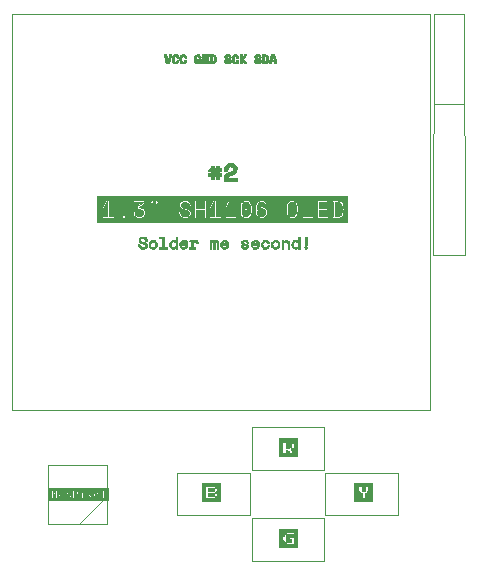
<source format=gto>
G04 #@! TF.GenerationSoftware,KiCad,Pcbnew,5.1.5+dfsg1-2build2*
G04 #@! TF.CreationDate,2022-05-17T22:25:56-07:00*
G04 #@! TF.ProjectId,v2.2-Dev-Kit,76322e32-2d44-4657-962d-4b69742e6b69,rev?*
G04 #@! TF.SameCoordinates,Original*
G04 #@! TF.FileFunction,Legend,Top*
G04 #@! TF.FilePolarity,Positive*
%FSLAX46Y46*%
G04 Gerber Fmt 4.6, Leading zero omitted, Abs format (unit mm)*
G04 Created by KiCad (PCBNEW 5.1.5+dfsg1-2build2) date 2022-05-17 22:25:56*
%MOMM*%
%LPD*%
G04 APERTURE LIST*
%ADD10C,0.120000*%
%ADD11C,0.010000*%
%ADD12C,0.100000*%
G04 APERTURE END LIST*
D10*
X20574000Y11684000D02*
X18034000Y11684000D01*
D11*
G36*
X6434667Y-25802167D02*
G01*
X4910667Y-25802167D01*
X4910667Y-24849667D01*
X5185833Y-24849667D01*
X5185833Y-25251834D01*
X5259917Y-25251834D01*
X5309716Y-25255415D01*
X5330140Y-25273323D01*
X5334000Y-25313992D01*
X5339542Y-25357648D01*
X5364879Y-25376810D01*
X5402792Y-25382784D01*
X5451282Y-25393046D01*
X5472169Y-25420642D01*
X5478216Y-25458209D01*
X5484849Y-25527000D01*
X6159500Y-25527000D01*
X6159500Y-24976667D01*
X5757333Y-24976667D01*
X5757333Y-25038826D01*
X5762875Y-25082481D01*
X5788212Y-25101643D01*
X5826125Y-25107617D01*
X5894917Y-25114250D01*
X5901175Y-25257125D01*
X5907434Y-25400000D01*
X5588000Y-25400000D01*
X5588000Y-25336500D01*
X5582755Y-25291523D01*
X5558015Y-25274946D01*
X5524500Y-25273000D01*
X5461000Y-25273000D01*
X5461000Y-24828500D01*
X5524500Y-24828500D01*
X5567163Y-24824370D01*
X5584662Y-24803423D01*
X5588000Y-24754417D01*
X5588000Y-24680334D01*
X6159500Y-24680334D01*
X6159500Y-24553334D01*
X5484849Y-24553334D01*
X5478216Y-24622125D01*
X5467954Y-24670616D01*
X5440358Y-24691503D01*
X5402792Y-24697550D01*
X5356141Y-24706390D01*
X5337339Y-24729952D01*
X5334000Y-24776925D01*
X5330634Y-24825688D01*
X5311888Y-24845687D01*
X5264790Y-24849660D01*
X5259917Y-24849667D01*
X5185833Y-24849667D01*
X4910667Y-24849667D01*
X4910667Y-24278167D01*
X6434667Y-24278167D01*
X6434667Y-25802167D01*
G37*
X6434667Y-25802167D02*
X4910667Y-25802167D01*
X4910667Y-24849667D01*
X5185833Y-24849667D01*
X5185833Y-25251834D01*
X5259917Y-25251834D01*
X5309716Y-25255415D01*
X5330140Y-25273323D01*
X5334000Y-25313992D01*
X5339542Y-25357648D01*
X5364879Y-25376810D01*
X5402792Y-25382784D01*
X5451282Y-25393046D01*
X5472169Y-25420642D01*
X5478216Y-25458209D01*
X5484849Y-25527000D01*
X6159500Y-25527000D01*
X6159500Y-24976667D01*
X5757333Y-24976667D01*
X5757333Y-25038826D01*
X5762875Y-25082481D01*
X5788212Y-25101643D01*
X5826125Y-25107617D01*
X5894917Y-25114250D01*
X5901175Y-25257125D01*
X5907434Y-25400000D01*
X5588000Y-25400000D01*
X5588000Y-25336500D01*
X5582755Y-25291523D01*
X5558015Y-25274946D01*
X5524500Y-25273000D01*
X5461000Y-25273000D01*
X5461000Y-24828500D01*
X5524500Y-24828500D01*
X5567163Y-24824370D01*
X5584662Y-24803423D01*
X5588000Y-24754417D01*
X5588000Y-24680334D01*
X6159500Y-24680334D01*
X6159500Y-24553334D01*
X5484849Y-24553334D01*
X5478216Y-24622125D01*
X5467954Y-24670616D01*
X5440358Y-24691503D01*
X5402792Y-24697550D01*
X5356141Y-24706390D01*
X5337339Y-24729952D01*
X5334000Y-24776925D01*
X5330634Y-24825688D01*
X5311888Y-24845687D01*
X5264790Y-24849660D01*
X5259917Y-24849667D01*
X5185833Y-24849667D01*
X4910667Y-24849667D01*
X4910667Y-24278167D01*
X6434667Y-24278167D01*
X6434667Y-25802167D01*
G36*
X-105833Y-21928667D02*
G01*
X-1608667Y-21928667D01*
X-1608667Y-20679834D01*
X-1333500Y-20679834D01*
X-1333500Y-21653500D01*
X-508000Y-21653500D01*
X-508000Y-21590000D01*
X-502755Y-21545023D01*
X-478015Y-21528446D01*
X-444500Y-21526500D01*
X-381000Y-21526500D01*
X-381000Y-21251334D01*
X-444500Y-21251334D01*
X-487163Y-21247204D01*
X-504662Y-21226256D01*
X-508000Y-21177250D01*
X-504460Y-21127476D01*
X-486505Y-21107061D01*
X-444500Y-21103167D01*
X-381000Y-21103167D01*
X-381000Y-20828000D01*
X-444500Y-20828000D01*
X-487163Y-20823870D01*
X-504662Y-20802923D01*
X-508000Y-20753917D01*
X-508000Y-20679834D01*
X-1333500Y-20679834D01*
X-1608667Y-20679834D01*
X-1608667Y-20404667D01*
X-105833Y-20404667D01*
X-105833Y-21928667D01*
G37*
X-105833Y-21928667D02*
X-1608667Y-21928667D01*
X-1608667Y-20679834D01*
X-1333500Y-20679834D01*
X-1333500Y-21653500D01*
X-508000Y-21653500D01*
X-508000Y-21590000D01*
X-502755Y-21545023D01*
X-478015Y-21528446D01*
X-444500Y-21526500D01*
X-381000Y-21526500D01*
X-381000Y-21251334D01*
X-444500Y-21251334D01*
X-487163Y-21247204D01*
X-504662Y-21226256D01*
X-508000Y-21177250D01*
X-504460Y-21127476D01*
X-486505Y-21107061D01*
X-444500Y-21103167D01*
X-381000Y-21103167D01*
X-381000Y-20828000D01*
X-444500Y-20828000D01*
X-487163Y-20823870D01*
X-504662Y-20802923D01*
X-508000Y-20753917D01*
X-508000Y-20679834D01*
X-1333500Y-20679834D01*
X-1608667Y-20679834D01*
X-1608667Y-20404667D01*
X-105833Y-20404667D01*
X-105833Y-21928667D01*
G36*
X11975042Y-20409691D02*
G01*
X12731750Y-20415250D01*
X12737309Y-21171959D01*
X12742868Y-21928667D01*
X11218333Y-21928667D01*
X11218333Y-20679834D01*
X11620500Y-20679834D01*
X11620500Y-21103167D01*
X11694583Y-21103167D01*
X11744357Y-21106707D01*
X11764772Y-21124662D01*
X11768667Y-21166667D01*
X11772796Y-21209330D01*
X11793744Y-21226829D01*
X11842750Y-21230167D01*
X11916833Y-21230167D01*
X11916833Y-21653500D01*
X12170833Y-21653500D01*
X12170833Y-21230167D01*
X12244917Y-21230167D01*
X12294690Y-21226627D01*
X12315105Y-21208672D01*
X12319000Y-21166667D01*
X12324245Y-21121690D01*
X12348985Y-21105112D01*
X12382500Y-21103167D01*
X12446000Y-21103167D01*
X12446000Y-20679834D01*
X12192000Y-20679834D01*
X12192000Y-21103167D01*
X11895667Y-21103167D01*
X11895667Y-20679834D01*
X11620500Y-20679834D01*
X11218333Y-20679834D01*
X11218333Y-20404132D01*
X11975042Y-20409691D01*
G37*
X11975042Y-20409691D02*
X12731750Y-20415250D01*
X12737309Y-21171959D01*
X12742868Y-21928667D01*
X11218333Y-21928667D01*
X11218333Y-20679834D01*
X11620500Y-20679834D01*
X11620500Y-21103167D01*
X11694583Y-21103167D01*
X11744357Y-21106707D01*
X11764772Y-21124662D01*
X11768667Y-21166667D01*
X11772796Y-21209330D01*
X11793744Y-21226829D01*
X11842750Y-21230167D01*
X11916833Y-21230167D01*
X11916833Y-21653500D01*
X12170833Y-21653500D01*
X12170833Y-21230167D01*
X12244917Y-21230167D01*
X12294690Y-21226627D01*
X12315105Y-21208672D01*
X12319000Y-21166667D01*
X12324245Y-21121690D01*
X12348985Y-21105112D01*
X12382500Y-21103167D01*
X12446000Y-21103167D01*
X12446000Y-20679834D01*
X12192000Y-20679834D01*
X12192000Y-21103167D01*
X11895667Y-21103167D01*
X11895667Y-20679834D01*
X11620500Y-20679834D01*
X11218333Y-20679834D01*
X11218333Y-20404132D01*
X11975042Y-20409691D01*
G36*
X-9588500Y-21844000D02*
G01*
X-14583833Y-21844000D01*
X-14583833Y-20976167D01*
X-14372167Y-20976167D01*
X-14372167Y-21632334D01*
X-14266333Y-21632334D01*
X-14266333Y-21336000D01*
X-14265093Y-21229502D01*
X-14261685Y-21139982D01*
X-14256582Y-21075015D01*
X-14250256Y-21042171D01*
X-14247858Y-21039667D01*
X-14238709Y-21059447D01*
X-14226193Y-21113788D01*
X-14211737Y-21195188D01*
X-14196766Y-21296148D01*
X-14191504Y-21336000D01*
X-14153627Y-21632334D01*
X-13927667Y-21632334D01*
X-13927667Y-21420826D01*
X-13783159Y-21420826D01*
X-13768715Y-21505169D01*
X-13723261Y-21580063D01*
X-13677350Y-21618495D01*
X-13607388Y-21643093D01*
X-13522918Y-21645361D01*
X-13442952Y-21626615D01*
X-13396843Y-21599083D01*
X-13369375Y-21569347D01*
X-13373823Y-21551295D01*
X-13387050Y-21542650D01*
X-13430093Y-21535405D01*
X-13489799Y-21543882D01*
X-13491573Y-21544365D01*
X-13565147Y-21551174D01*
X-13626877Y-21532890D01*
X-13664724Y-21493975D01*
X-13669740Y-21478344D01*
X-13668559Y-21460155D01*
X-13651138Y-21449191D01*
X-13609593Y-21443694D01*
X-13536038Y-21441908D01*
X-13505886Y-21441834D01*
X-13335000Y-21441834D01*
X-13335000Y-21385322D01*
X-13204159Y-21385322D01*
X-13197638Y-21473744D01*
X-13161554Y-21550310D01*
X-13102179Y-21609115D01*
X-13025786Y-21644254D01*
X-12938646Y-21649823D01*
X-12885070Y-21632334D01*
X-12594167Y-21632334D01*
X-12541250Y-21632334D01*
X-12511923Y-21629644D01*
X-12496089Y-21614950D01*
X-12489607Y-21578311D01*
X-12488335Y-21509785D01*
X-12488333Y-21505334D01*
X-12488333Y-21378334D01*
X-12370955Y-21378334D01*
X-12295221Y-21374564D01*
X-12245227Y-21359944D01*
X-12204791Y-21329509D01*
X-12201621Y-21326379D01*
X-12158938Y-21256178D01*
X-12155779Y-21230167D01*
X-11980333Y-21230167D01*
X-11972046Y-21259344D01*
X-11939695Y-21271116D01*
X-11906250Y-21272500D01*
X-11832167Y-21272500D01*
X-11832167Y-21547667D01*
X-11906250Y-21547667D01*
X-11957310Y-21552402D01*
X-11977912Y-21570889D01*
X-11980333Y-21590000D01*
X-11977297Y-21609676D01*
X-11962953Y-21622094D01*
X-11929448Y-21628907D01*
X-11868929Y-21631769D01*
X-11779250Y-21632334D01*
X-11685791Y-21631694D01*
X-11626806Y-21628674D01*
X-11594443Y-21621621D01*
X-11580849Y-21608880D01*
X-11578167Y-21590000D01*
X-11586454Y-21560823D01*
X-11618806Y-21549051D01*
X-11652250Y-21547667D01*
X-11726333Y-21547667D01*
X-11726333Y-21187834D01*
X-11409547Y-21187834D01*
X-11353857Y-21297731D01*
X-11298168Y-21407629D01*
X-11353271Y-21519981D01*
X-11408374Y-21632334D01*
X-11356117Y-21632334D01*
X-11315161Y-21621253D01*
X-11280025Y-21582177D01*
X-11260667Y-21547667D01*
X-11230518Y-21496659D01*
X-11204719Y-21466499D01*
X-11197167Y-21463000D01*
X-11176156Y-21480204D01*
X-11146773Y-21523622D01*
X-11133667Y-21547667D01*
X-11097880Y-21604660D01*
X-11061454Y-21629320D01*
X-11037630Y-21632334D01*
X-10984787Y-21632334D01*
X-11040476Y-21522436D01*
X-11090088Y-21424532D01*
X-10830587Y-21424532D01*
X-10810577Y-21513221D01*
X-10762383Y-21584971D01*
X-10692416Y-21633788D01*
X-10607091Y-21653675D01*
X-10512822Y-21638635D01*
X-10490244Y-21629466D01*
X-10447536Y-21603005D01*
X-10427860Y-21580322D01*
X-10434201Y-21552410D01*
X-10461781Y-21528043D01*
X-10493541Y-21518375D01*
X-10509518Y-21526934D01*
X-10537110Y-21540233D01*
X-10589553Y-21547312D01*
X-10605005Y-21547667D01*
X-10669701Y-21539862D01*
X-10705463Y-21513590D01*
X-10709589Y-21506725D01*
X-10727182Y-21468993D01*
X-10731500Y-21453808D01*
X-10711956Y-21448397D01*
X-10659800Y-21444258D01*
X-10584753Y-21442039D01*
X-10551583Y-21441834D01*
X-10457706Y-21440457D01*
X-10400596Y-21432948D01*
X-10374699Y-21414232D01*
X-10374462Y-21379239D01*
X-10394332Y-21322895D01*
X-10401749Y-21304976D01*
X-10451324Y-21235335D01*
X-10525715Y-21185646D01*
X-10608692Y-21166746D01*
X-10608741Y-21166746D01*
X-10685461Y-21185707D01*
X-10756482Y-21234925D01*
X-10807219Y-21303270D01*
X-10815997Y-21324903D01*
X-10830587Y-21424532D01*
X-11090088Y-21424532D01*
X-11096166Y-21412538D01*
X-10985960Y-21187834D01*
X-11038217Y-21187834D01*
X-11079173Y-21198914D01*
X-11114309Y-21237990D01*
X-11133667Y-21272500D01*
X-11163815Y-21323508D01*
X-11189615Y-21353668D01*
X-11197167Y-21357167D01*
X-11218177Y-21339963D01*
X-11247561Y-21296545D01*
X-11260667Y-21272500D01*
X-11296454Y-21215507D01*
X-11332880Y-21190847D01*
X-11356704Y-21187834D01*
X-11409547Y-21187834D01*
X-11726333Y-21187834D01*
X-11853333Y-21187834D01*
X-11924266Y-21189378D01*
X-11962594Y-21196163D01*
X-11977999Y-21211417D01*
X-11980333Y-21230167D01*
X-12155779Y-21230167D01*
X-12148797Y-21172700D01*
X-12171330Y-21089901D01*
X-12199033Y-21048136D01*
X-12224622Y-21022498D01*
X-11848263Y-21022498D01*
X-11846239Y-21069957D01*
X-11816324Y-21097353D01*
X-11774079Y-21099293D01*
X-11732126Y-21087444D01*
X-11717021Y-21055846D01*
X-11715750Y-21029084D01*
X-10223500Y-21029084D01*
X-10218879Y-21063177D01*
X-10197081Y-21078330D01*
X-10146207Y-21081981D01*
X-10138833Y-21082000D01*
X-10054167Y-21082000D01*
X-10054167Y-21547667D01*
X-10138833Y-21547667D01*
X-10194226Y-21551217D01*
X-10218707Y-21565565D01*
X-10223500Y-21590000D01*
X-10220595Y-21609268D01*
X-10206772Y-21621602D01*
X-10174368Y-21628535D01*
X-10115721Y-21631601D01*
X-10023170Y-21632330D01*
X-10011833Y-21632334D01*
X-9915496Y-21631752D01*
X-9853825Y-21628988D01*
X-9819157Y-21622507D01*
X-9803831Y-21610778D01*
X-9800184Y-21592267D01*
X-9800167Y-21590000D01*
X-9808454Y-21560823D01*
X-9840806Y-21549051D01*
X-9874250Y-21547667D01*
X-9948333Y-21547667D01*
X-9948333Y-20976167D01*
X-10085917Y-20976167D01*
X-10159876Y-20977095D01*
X-10201070Y-20982331D01*
X-10219064Y-20995553D01*
X-10223421Y-21020441D01*
X-10223500Y-21029084D01*
X-11715750Y-21029084D01*
X-11721593Y-20983551D01*
X-11745794Y-20966958D01*
X-11766360Y-20965584D01*
X-11818881Y-20981986D01*
X-11848263Y-21022498D01*
X-12224622Y-21022498D01*
X-12228066Y-21019048D01*
X-12261419Y-21000771D01*
X-12310450Y-20989860D01*
X-12386514Y-20982872D01*
X-12421283Y-20980736D01*
X-12594167Y-20970728D01*
X-12594167Y-21632334D01*
X-12885070Y-21632334D01*
X-12847033Y-21619918D01*
X-12833591Y-21612189D01*
X-12770993Y-21551433D01*
X-12737259Y-21470503D01*
X-12733449Y-21381147D01*
X-12760618Y-21295111D01*
X-12800208Y-21241565D01*
X-12875680Y-21192353D01*
X-12962931Y-21175117D01*
X-13050347Y-21188327D01*
X-13126313Y-21230452D01*
X-13174844Y-21290948D01*
X-13204159Y-21385322D01*
X-13335000Y-21385322D01*
X-13335000Y-21376217D01*
X-13349021Y-21315058D01*
X-13395005Y-21251136D01*
X-13409675Y-21235926D01*
X-13458755Y-21191051D01*
X-13498482Y-21171418D01*
X-13547007Y-21170092D01*
X-13573716Y-21173236D01*
X-13661871Y-21203239D01*
X-13727593Y-21260648D01*
X-13768737Y-21336248D01*
X-13783159Y-21420826D01*
X-13927667Y-21420826D01*
X-13927667Y-20976167D01*
X-14033500Y-20976167D01*
X-14033500Y-21283084D01*
X-14034643Y-21391595D01*
X-14037787Y-21483259D01*
X-14042506Y-21550635D01*
X-14048373Y-21586280D01*
X-14051106Y-21590000D01*
X-14059798Y-21570195D01*
X-14071884Y-21515695D01*
X-14086016Y-21433872D01*
X-14100847Y-21332098D01*
X-14107223Y-21283084D01*
X-14145733Y-20976167D01*
X-14372167Y-20976167D01*
X-14583833Y-20976167D01*
X-14583833Y-20806834D01*
X-9588500Y-20806834D01*
X-9588500Y-21844000D01*
G37*
X-9588500Y-21844000D02*
X-14583833Y-21844000D01*
X-14583833Y-20976167D01*
X-14372167Y-20976167D01*
X-14372167Y-21632334D01*
X-14266333Y-21632334D01*
X-14266333Y-21336000D01*
X-14265093Y-21229502D01*
X-14261685Y-21139982D01*
X-14256582Y-21075015D01*
X-14250256Y-21042171D01*
X-14247858Y-21039667D01*
X-14238709Y-21059447D01*
X-14226193Y-21113788D01*
X-14211737Y-21195188D01*
X-14196766Y-21296148D01*
X-14191504Y-21336000D01*
X-14153627Y-21632334D01*
X-13927667Y-21632334D01*
X-13927667Y-21420826D01*
X-13783159Y-21420826D01*
X-13768715Y-21505169D01*
X-13723261Y-21580063D01*
X-13677350Y-21618495D01*
X-13607388Y-21643093D01*
X-13522918Y-21645361D01*
X-13442952Y-21626615D01*
X-13396843Y-21599083D01*
X-13369375Y-21569347D01*
X-13373823Y-21551295D01*
X-13387050Y-21542650D01*
X-13430093Y-21535405D01*
X-13489799Y-21543882D01*
X-13491573Y-21544365D01*
X-13565147Y-21551174D01*
X-13626877Y-21532890D01*
X-13664724Y-21493975D01*
X-13669740Y-21478344D01*
X-13668559Y-21460155D01*
X-13651138Y-21449191D01*
X-13609593Y-21443694D01*
X-13536038Y-21441908D01*
X-13505886Y-21441834D01*
X-13335000Y-21441834D01*
X-13335000Y-21385322D01*
X-13204159Y-21385322D01*
X-13197638Y-21473744D01*
X-13161554Y-21550310D01*
X-13102179Y-21609115D01*
X-13025786Y-21644254D01*
X-12938646Y-21649823D01*
X-12885070Y-21632334D01*
X-12594167Y-21632334D01*
X-12541250Y-21632334D01*
X-12511923Y-21629644D01*
X-12496089Y-21614950D01*
X-12489607Y-21578311D01*
X-12488335Y-21509785D01*
X-12488333Y-21505334D01*
X-12488333Y-21378334D01*
X-12370955Y-21378334D01*
X-12295221Y-21374564D01*
X-12245227Y-21359944D01*
X-12204791Y-21329509D01*
X-12201621Y-21326379D01*
X-12158938Y-21256178D01*
X-12155779Y-21230167D01*
X-11980333Y-21230167D01*
X-11972046Y-21259344D01*
X-11939695Y-21271116D01*
X-11906250Y-21272500D01*
X-11832167Y-21272500D01*
X-11832167Y-21547667D01*
X-11906250Y-21547667D01*
X-11957310Y-21552402D01*
X-11977912Y-21570889D01*
X-11980333Y-21590000D01*
X-11977297Y-21609676D01*
X-11962953Y-21622094D01*
X-11929448Y-21628907D01*
X-11868929Y-21631769D01*
X-11779250Y-21632334D01*
X-11685791Y-21631694D01*
X-11626806Y-21628674D01*
X-11594443Y-21621621D01*
X-11580849Y-21608880D01*
X-11578167Y-21590000D01*
X-11586454Y-21560823D01*
X-11618806Y-21549051D01*
X-11652250Y-21547667D01*
X-11726333Y-21547667D01*
X-11726333Y-21187834D01*
X-11409547Y-21187834D01*
X-11353857Y-21297731D01*
X-11298168Y-21407629D01*
X-11353271Y-21519981D01*
X-11408374Y-21632334D01*
X-11356117Y-21632334D01*
X-11315161Y-21621253D01*
X-11280025Y-21582177D01*
X-11260667Y-21547667D01*
X-11230518Y-21496659D01*
X-11204719Y-21466499D01*
X-11197167Y-21463000D01*
X-11176156Y-21480204D01*
X-11146773Y-21523622D01*
X-11133667Y-21547667D01*
X-11097880Y-21604660D01*
X-11061454Y-21629320D01*
X-11037630Y-21632334D01*
X-10984787Y-21632334D01*
X-11040476Y-21522436D01*
X-11090088Y-21424532D01*
X-10830587Y-21424532D01*
X-10810577Y-21513221D01*
X-10762383Y-21584971D01*
X-10692416Y-21633788D01*
X-10607091Y-21653675D01*
X-10512822Y-21638635D01*
X-10490244Y-21629466D01*
X-10447536Y-21603005D01*
X-10427860Y-21580322D01*
X-10434201Y-21552410D01*
X-10461781Y-21528043D01*
X-10493541Y-21518375D01*
X-10509518Y-21526934D01*
X-10537110Y-21540233D01*
X-10589553Y-21547312D01*
X-10605005Y-21547667D01*
X-10669701Y-21539862D01*
X-10705463Y-21513590D01*
X-10709589Y-21506725D01*
X-10727182Y-21468993D01*
X-10731500Y-21453808D01*
X-10711956Y-21448397D01*
X-10659800Y-21444258D01*
X-10584753Y-21442039D01*
X-10551583Y-21441834D01*
X-10457706Y-21440457D01*
X-10400596Y-21432948D01*
X-10374699Y-21414232D01*
X-10374462Y-21379239D01*
X-10394332Y-21322895D01*
X-10401749Y-21304976D01*
X-10451324Y-21235335D01*
X-10525715Y-21185646D01*
X-10608692Y-21166746D01*
X-10608741Y-21166746D01*
X-10685461Y-21185707D01*
X-10756482Y-21234925D01*
X-10807219Y-21303270D01*
X-10815997Y-21324903D01*
X-10830587Y-21424532D01*
X-11090088Y-21424532D01*
X-11096166Y-21412538D01*
X-10985960Y-21187834D01*
X-11038217Y-21187834D01*
X-11079173Y-21198914D01*
X-11114309Y-21237990D01*
X-11133667Y-21272500D01*
X-11163815Y-21323508D01*
X-11189615Y-21353668D01*
X-11197167Y-21357167D01*
X-11218177Y-21339963D01*
X-11247561Y-21296545D01*
X-11260667Y-21272500D01*
X-11296454Y-21215507D01*
X-11332880Y-21190847D01*
X-11356704Y-21187834D01*
X-11409547Y-21187834D01*
X-11726333Y-21187834D01*
X-11853333Y-21187834D01*
X-11924266Y-21189378D01*
X-11962594Y-21196163D01*
X-11977999Y-21211417D01*
X-11980333Y-21230167D01*
X-12155779Y-21230167D01*
X-12148797Y-21172700D01*
X-12171330Y-21089901D01*
X-12199033Y-21048136D01*
X-12224622Y-21022498D01*
X-11848263Y-21022498D01*
X-11846239Y-21069957D01*
X-11816324Y-21097353D01*
X-11774079Y-21099293D01*
X-11732126Y-21087444D01*
X-11717021Y-21055846D01*
X-11715750Y-21029084D01*
X-10223500Y-21029084D01*
X-10218879Y-21063177D01*
X-10197081Y-21078330D01*
X-10146207Y-21081981D01*
X-10138833Y-21082000D01*
X-10054167Y-21082000D01*
X-10054167Y-21547667D01*
X-10138833Y-21547667D01*
X-10194226Y-21551217D01*
X-10218707Y-21565565D01*
X-10223500Y-21590000D01*
X-10220595Y-21609268D01*
X-10206772Y-21621602D01*
X-10174368Y-21628535D01*
X-10115721Y-21631601D01*
X-10023170Y-21632330D01*
X-10011833Y-21632334D01*
X-9915496Y-21631752D01*
X-9853825Y-21628988D01*
X-9819157Y-21622507D01*
X-9803831Y-21610778D01*
X-9800184Y-21592267D01*
X-9800167Y-21590000D01*
X-9808454Y-21560823D01*
X-9840806Y-21549051D01*
X-9874250Y-21547667D01*
X-9948333Y-21547667D01*
X-9948333Y-20976167D01*
X-10085917Y-20976167D01*
X-10159876Y-20977095D01*
X-10201070Y-20982331D01*
X-10219064Y-20995553D01*
X-10223421Y-21020441D01*
X-10223500Y-21029084D01*
X-11715750Y-21029084D01*
X-11721593Y-20983551D01*
X-11745794Y-20966958D01*
X-11766360Y-20965584D01*
X-11818881Y-20981986D01*
X-11848263Y-21022498D01*
X-12224622Y-21022498D01*
X-12228066Y-21019048D01*
X-12261419Y-21000771D01*
X-12310450Y-20989860D01*
X-12386514Y-20982872D01*
X-12421283Y-20980736D01*
X-12594167Y-20970728D01*
X-12594167Y-21632334D01*
X-12885070Y-21632334D01*
X-12847033Y-21619918D01*
X-12833591Y-21612189D01*
X-12770993Y-21551433D01*
X-12737259Y-21470503D01*
X-12733449Y-21381147D01*
X-12760618Y-21295111D01*
X-12800208Y-21241565D01*
X-12875680Y-21192353D01*
X-12962931Y-21175117D01*
X-13050347Y-21188327D01*
X-13126313Y-21230452D01*
X-13174844Y-21290948D01*
X-13204159Y-21385322D01*
X-13335000Y-21385322D01*
X-13335000Y-21376217D01*
X-13349021Y-21315058D01*
X-13395005Y-21251136D01*
X-13409675Y-21235926D01*
X-13458755Y-21191051D01*
X-13498482Y-21171418D01*
X-13547007Y-21170092D01*
X-13573716Y-21173236D01*
X-13661871Y-21203239D01*
X-13727593Y-21260648D01*
X-13768737Y-21336248D01*
X-13783159Y-21420826D01*
X-13927667Y-21420826D01*
X-13927667Y-20976167D01*
X-14033500Y-20976167D01*
X-14033500Y-21283084D01*
X-14034643Y-21391595D01*
X-14037787Y-21483259D01*
X-14042506Y-21550635D01*
X-14048373Y-21586280D01*
X-14051106Y-21590000D01*
X-14059798Y-21570195D01*
X-14071884Y-21515695D01*
X-14086016Y-21433872D01*
X-14100847Y-21332098D01*
X-14107223Y-21283084D01*
X-14145733Y-20976167D01*
X-14372167Y-20976167D01*
X-14583833Y-20976167D01*
X-14583833Y-20806834D01*
X-9588500Y-20806834D01*
X-9588500Y-21844000D01*
G36*
X6434667Y-18139834D02*
G01*
X4910667Y-18139834D01*
X4910667Y-16891000D01*
X5185833Y-16891000D01*
X5185833Y-17864667D01*
X5461000Y-17864667D01*
X5461000Y-17589500D01*
X5535083Y-17589500D01*
X5584857Y-17593040D01*
X5605272Y-17610995D01*
X5609167Y-17653000D01*
X5613296Y-17695663D01*
X5634244Y-17713162D01*
X5683250Y-17716500D01*
X5732903Y-17719777D01*
X5753266Y-17738263D01*
X5757324Y-17784945D01*
X5757333Y-17790584D01*
X5757333Y-17864667D01*
X6159500Y-17864667D01*
X6159500Y-17801167D01*
X6155370Y-17758504D01*
X6134422Y-17741005D01*
X6085417Y-17737667D01*
X6035764Y-17734390D01*
X6015400Y-17715904D01*
X6011342Y-17669222D01*
X6011333Y-17663584D01*
X6007793Y-17613810D01*
X5989838Y-17593395D01*
X5947833Y-17589500D01*
X5905170Y-17585370D01*
X5887671Y-17564423D01*
X5884333Y-17515417D01*
X5884333Y-17441334D01*
X6159500Y-17441334D01*
X6159500Y-17039167D01*
X6085417Y-17039167D01*
X6035764Y-17035890D01*
X6015400Y-17017404D01*
X6011342Y-16970722D01*
X6011333Y-16965084D01*
X6011333Y-16891000D01*
X5185833Y-16891000D01*
X4910667Y-16891000D01*
X4910667Y-16615834D01*
X6434667Y-16615834D01*
X6434667Y-18139834D01*
G37*
X6434667Y-18139834D02*
X4910667Y-18139834D01*
X4910667Y-16891000D01*
X5185833Y-16891000D01*
X5185833Y-17864667D01*
X5461000Y-17864667D01*
X5461000Y-17589500D01*
X5535083Y-17589500D01*
X5584857Y-17593040D01*
X5605272Y-17610995D01*
X5609167Y-17653000D01*
X5613296Y-17695663D01*
X5634244Y-17713162D01*
X5683250Y-17716500D01*
X5732903Y-17719777D01*
X5753266Y-17738263D01*
X5757324Y-17784945D01*
X5757333Y-17790584D01*
X5757333Y-17864667D01*
X6159500Y-17864667D01*
X6159500Y-17801167D01*
X6155370Y-17758504D01*
X6134422Y-17741005D01*
X6085417Y-17737667D01*
X6035764Y-17734390D01*
X6015400Y-17715904D01*
X6011342Y-17669222D01*
X6011333Y-17663584D01*
X6007793Y-17613810D01*
X5989838Y-17593395D01*
X5947833Y-17589500D01*
X5905170Y-17585370D01*
X5887671Y-17564423D01*
X5884333Y-17515417D01*
X5884333Y-17441334D01*
X6159500Y-17441334D01*
X6159500Y-17039167D01*
X6085417Y-17039167D01*
X6035764Y-17035890D01*
X6015400Y-17017404D01*
X6011342Y-16970722D01*
X6011333Y-16965084D01*
X6011333Y-16891000D01*
X5185833Y-16891000D01*
X4910667Y-16891000D01*
X4910667Y-16615834D01*
X6434667Y-16615834D01*
X6434667Y-18139834D01*
G36*
X-6494050Y455286D02*
G01*
X-6402788Y403347D01*
X-6333629Y329679D01*
X-6293605Y237782D01*
X-6286500Y174955D01*
X-6290238Y128312D01*
X-6310137Y109393D01*
X-6359223Y105833D01*
X-6359306Y105833D01*
X-6407788Y109382D01*
X-6429686Y128497D01*
X-6438049Y175881D01*
X-6438681Y183105D01*
X-6461385Y254133D01*
X-6509867Y306053D01*
X-6575196Y338510D01*
X-6648447Y351151D01*
X-6720691Y343621D01*
X-6783000Y315564D01*
X-6826447Y266628D01*
X-6842125Y199128D01*
X-6825281Y137525D01*
X-6773143Y90014D01*
X-6683301Y54819D01*
X-6629797Y42499D01*
X-6493419Y7970D01*
X-6394909Y-36462D01*
X-6330311Y-94177D01*
X-6295666Y-168555D01*
X-6286812Y-250333D01*
X-6301899Y-365428D01*
X-6347058Y-451977D01*
X-6423364Y-510903D01*
X-6531889Y-543129D01*
X-6635750Y-550334D01*
X-6726164Y-547438D01*
X-6789060Y-536675D01*
X-6838985Y-514929D01*
X-6858215Y-502709D01*
X-6949161Y-422927D01*
X-7002928Y-329861D01*
X-7021830Y-245835D01*
X-7027194Y-186495D01*
X-7021519Y-157939D01*
X-6998698Y-148905D01*
X-6968851Y-148167D01*
X-6913894Y-160239D01*
X-6885652Y-200227D01*
X-6879167Y-257360D01*
X-6864865Y-298588D01*
X-6829319Y-348631D01*
X-6817295Y-361462D01*
X-6772775Y-399258D01*
X-6726317Y-417702D01*
X-6659734Y-423217D01*
X-6642088Y-423334D01*
X-6539549Y-412676D01*
X-6470411Y-379329D01*
X-6431107Y-321234D01*
X-6424350Y-297549D01*
X-6419762Y-238915D01*
X-6437601Y-191360D01*
X-6482271Y-151630D01*
X-6558176Y-116470D01*
X-6669722Y-82625D01*
X-6738155Y-65670D01*
X-6852290Y-25967D01*
X-6929679Y32103D01*
X-6972979Y111433D01*
X-6985000Y203130D01*
X-6966425Y307660D01*
X-6911936Y390477D01*
X-6830138Y445698D01*
X-6714756Y479963D01*
X-6600383Y481991D01*
X-6494050Y455286D01*
G37*
X-6494050Y455286D02*
X-6402788Y403347D01*
X-6333629Y329679D01*
X-6293605Y237782D01*
X-6286500Y174955D01*
X-6290238Y128312D01*
X-6310137Y109393D01*
X-6359223Y105833D01*
X-6359306Y105833D01*
X-6407788Y109382D01*
X-6429686Y128497D01*
X-6438049Y175881D01*
X-6438681Y183105D01*
X-6461385Y254133D01*
X-6509867Y306053D01*
X-6575196Y338510D01*
X-6648447Y351151D01*
X-6720691Y343621D01*
X-6783000Y315564D01*
X-6826447Y266628D01*
X-6842125Y199128D01*
X-6825281Y137525D01*
X-6773143Y90014D01*
X-6683301Y54819D01*
X-6629797Y42499D01*
X-6493419Y7970D01*
X-6394909Y-36462D01*
X-6330311Y-94177D01*
X-6295666Y-168555D01*
X-6286812Y-250333D01*
X-6301899Y-365428D01*
X-6347058Y-451977D01*
X-6423364Y-510903D01*
X-6531889Y-543129D01*
X-6635750Y-550334D01*
X-6726164Y-547438D01*
X-6789060Y-536675D01*
X-6838985Y-514929D01*
X-6858215Y-502709D01*
X-6949161Y-422927D01*
X-7002928Y-329861D01*
X-7021830Y-245835D01*
X-7027194Y-186495D01*
X-7021519Y-157939D01*
X-6998698Y-148905D01*
X-6968851Y-148167D01*
X-6913894Y-160239D01*
X-6885652Y-200227D01*
X-6879167Y-257360D01*
X-6864865Y-298588D01*
X-6829319Y-348631D01*
X-6817295Y-361462D01*
X-6772775Y-399258D01*
X-6726317Y-417702D01*
X-6659734Y-423217D01*
X-6642088Y-423334D01*
X-6539549Y-412676D01*
X-6470411Y-379329D01*
X-6431107Y-321234D01*
X-6424350Y-297549D01*
X-6419762Y-238915D01*
X-6437601Y-191360D01*
X-6482271Y-151630D01*
X-6558176Y-116470D01*
X-6669722Y-82625D01*
X-6738155Y-65670D01*
X-6852290Y-25967D01*
X-6929679Y32103D01*
X-6972979Y111433D01*
X-6985000Y203130D01*
X-6966425Y307660D01*
X-6911936Y390477D01*
X-6830138Y445698D01*
X-6714756Y479963D01*
X-6600383Y481991D01*
X-6494050Y455286D01*
G36*
X-5720244Y179556D02*
G01*
X-5624772Y157605D01*
X-5571806Y130623D01*
X-5494537Y56327D01*
X-5448593Y-37203D01*
X-5430721Y-157098D01*
X-5430245Y-179917D01*
X-5444820Y-308186D01*
X-5491661Y-411035D01*
X-5572825Y-492695D01*
X-5586983Y-502637D01*
X-5670415Y-537901D01*
X-5773566Y-552068D01*
X-5879322Y-544901D01*
X-5970565Y-516166D01*
X-5985069Y-508115D01*
X-6065973Y-440450D01*
X-6115603Y-352328D01*
X-6136925Y-237661D01*
X-6137348Y-223640D01*
X-6009021Y-223640D01*
X-5983099Y-309639D01*
X-5930850Y-379388D01*
X-5877672Y-413519D01*
X-5822673Y-435788D01*
X-5784893Y-441149D01*
X-5742825Y-429785D01*
X-5706503Y-414986D01*
X-5647771Y-380631D01*
X-5602678Y-338041D01*
X-5601350Y-336193D01*
X-5572834Y-265205D01*
X-5567630Y-178504D01*
X-5583195Y-89796D01*
X-5616985Y-12785D01*
X-5666455Y38826D01*
X-5671494Y41706D01*
X-5737528Y60188D01*
X-5816788Y60214D01*
X-5888776Y43087D01*
X-5918898Y25988D01*
X-5977914Y-45240D01*
X-6007624Y-131978D01*
X-6009021Y-223640D01*
X-6137348Y-223640D01*
X-6138254Y-193699D01*
X-6125698Y-60403D01*
X-6086632Y42924D01*
X-6019230Y120710D01*
X-6003432Y132708D01*
X-5925564Y167186D01*
X-5825838Y182776D01*
X-5720244Y179556D01*
G37*
X-5720244Y179556D02*
X-5624772Y157605D01*
X-5571806Y130623D01*
X-5494537Y56327D01*
X-5448593Y-37203D01*
X-5430721Y-157098D01*
X-5430245Y-179917D01*
X-5444820Y-308186D01*
X-5491661Y-411035D01*
X-5572825Y-492695D01*
X-5586983Y-502637D01*
X-5670415Y-537901D01*
X-5773566Y-552068D01*
X-5879322Y-544901D01*
X-5970565Y-516166D01*
X-5985069Y-508115D01*
X-6065973Y-440450D01*
X-6115603Y-352328D01*
X-6136925Y-237661D01*
X-6137348Y-223640D01*
X-6009021Y-223640D01*
X-5983099Y-309639D01*
X-5930850Y-379388D01*
X-5877672Y-413519D01*
X-5822673Y-435788D01*
X-5784893Y-441149D01*
X-5742825Y-429785D01*
X-5706503Y-414986D01*
X-5647771Y-380631D01*
X-5602678Y-338041D01*
X-5601350Y-336193D01*
X-5572834Y-265205D01*
X-5567630Y-178504D01*
X-5583195Y-89796D01*
X-5616985Y-12785D01*
X-5666455Y38826D01*
X-5671494Y41706D01*
X-5737528Y60188D01*
X-5816788Y60214D01*
X-5888776Y43087D01*
X-5918898Y25988D01*
X-5977914Y-45240D01*
X-6007624Y-131978D01*
X-6009021Y-223640D01*
X-6137348Y-223640D01*
X-6138254Y-193699D01*
X-6125698Y-60403D01*
X-6086632Y42924D01*
X-6019230Y120710D01*
X-6003432Y132708D01*
X-5925564Y167186D01*
X-5825838Y182776D01*
X-5720244Y179556D01*
G36*
X-4868333Y-423334D02*
G01*
X-4741333Y-423334D01*
X-4671035Y-424165D01*
X-4633091Y-429986D01*
X-4617525Y-445784D01*
X-4614357Y-476550D01*
X-4614333Y-486834D01*
X-4614333Y-550334D01*
X-5249333Y-550334D01*
X-5249333Y-486834D01*
X-5247670Y-451684D01*
X-5236029Y-432712D01*
X-5204432Y-424929D01*
X-5142901Y-423345D01*
X-5122333Y-423334D01*
X-4995333Y-423334D01*
X-4995333Y338666D01*
X-5111750Y338666D01*
X-5178304Y339733D01*
X-5212944Y346721D01*
X-5226092Y365314D01*
X-5228167Y401195D01*
X-5228167Y465666D01*
X-4868333Y465666D01*
X-4868333Y-423334D01*
G37*
X-4868333Y-423334D02*
X-4741333Y-423334D01*
X-4671035Y-424165D01*
X-4633091Y-429986D01*
X-4617525Y-445784D01*
X-4614357Y-476550D01*
X-4614333Y-486834D01*
X-4614333Y-550334D01*
X-5249333Y-550334D01*
X-5249333Y-486834D01*
X-5247670Y-451684D01*
X-5236029Y-432712D01*
X-5204432Y-424929D01*
X-5142901Y-423345D01*
X-5122333Y-423334D01*
X-4995333Y-423334D01*
X-4995333Y338666D01*
X-5111750Y338666D01*
X-5178304Y339733D01*
X-5212944Y346721D01*
X-5226092Y365314D01*
X-5228167Y401195D01*
X-5228167Y465666D01*
X-4868333Y465666D01*
X-4868333Y-423334D01*
G36*
X-3704167Y-550334D02*
G01*
X-3767667Y-550334D01*
X-3812947Y-544742D01*
X-3829550Y-520490D01*
X-3831167Y-495535D01*
X-3831167Y-440737D01*
X-3896291Y-495535D01*
X-3972078Y-535276D01*
X-4067632Y-552358D01*
X-4166566Y-546150D01*
X-4252495Y-516022D01*
X-4262860Y-509658D01*
X-4343405Y-437570D01*
X-4392254Y-345518D01*
X-4412364Y-227234D01*
X-4413250Y-190717D01*
X-4411599Y-176665D01*
X-4275667Y-176665D01*
X-4271038Y-255687D01*
X-4253517Y-311347D01*
X-4222028Y-356832D01*
X-4149339Y-414599D01*
X-4066156Y-434092D01*
X-3981089Y-414816D01*
X-3920769Y-374198D01*
X-3865470Y-297450D01*
X-3840207Y-202925D01*
X-3848889Y-106159D01*
X-3851329Y-98295D01*
X-3897330Y-14464D01*
X-3964975Y40771D01*
X-4045043Y64868D01*
X-4128313Y55286D01*
X-4205565Y9481D01*
X-4213795Y1628D01*
X-4251035Y-41952D01*
X-4269543Y-87160D01*
X-4275441Y-151640D01*
X-4275667Y-176665D01*
X-4411599Y-176665D01*
X-4397409Y-55971D01*
X-4351352Y51949D01*
X-4277278Y130581D01*
X-4177386Y177459D01*
X-4073077Y190500D01*
X-3994566Y185252D01*
X-3938075Y165488D01*
X-3896291Y135702D01*
X-3831167Y80903D01*
X-3831167Y465666D01*
X-3704167Y465666D01*
X-3704167Y-550334D01*
G37*
X-3704167Y-550334D02*
X-3767667Y-550334D01*
X-3812947Y-544742D01*
X-3829550Y-520490D01*
X-3831167Y-495535D01*
X-3831167Y-440737D01*
X-3896291Y-495535D01*
X-3972078Y-535276D01*
X-4067632Y-552358D01*
X-4166566Y-546150D01*
X-4252495Y-516022D01*
X-4262860Y-509658D01*
X-4343405Y-437570D01*
X-4392254Y-345518D01*
X-4412364Y-227234D01*
X-4413250Y-190717D01*
X-4411599Y-176665D01*
X-4275667Y-176665D01*
X-4271038Y-255687D01*
X-4253517Y-311347D01*
X-4222028Y-356832D01*
X-4149339Y-414599D01*
X-4066156Y-434092D01*
X-3981089Y-414816D01*
X-3920769Y-374198D01*
X-3865470Y-297450D01*
X-3840207Y-202925D01*
X-3848889Y-106159D01*
X-3851329Y-98295D01*
X-3897330Y-14464D01*
X-3964975Y40771D01*
X-4045043Y64868D01*
X-4128313Y55286D01*
X-4205565Y9481D01*
X-4213795Y1628D01*
X-4251035Y-41952D01*
X-4269543Y-87160D01*
X-4275441Y-151640D01*
X-4275667Y-176665D01*
X-4411599Y-176665D01*
X-4397409Y-55971D01*
X-4351352Y51949D01*
X-4277278Y130581D01*
X-4177386Y177459D01*
X-4073077Y190500D01*
X-3994566Y185252D01*
X-3938075Y165488D01*
X-3896291Y135702D01*
X-3831167Y80903D01*
X-3831167Y465666D01*
X-3704167Y465666D01*
X-3704167Y-550334D01*
G36*
X-3061003Y174418D02*
G01*
X-3010765Y149509D01*
X-2924364Y71921D01*
X-2872553Y-28660D01*
X-2857579Y-132292D01*
X-2857500Y-232834D01*
X-3132667Y-232834D01*
X-3242382Y-234307D01*
X-3329038Y-238417D01*
X-3386294Y-244700D01*
X-3407806Y-252689D01*
X-3407833Y-253004D01*
X-3391709Y-310044D01*
X-3352150Y-368201D01*
X-3307829Y-404711D01*
X-3251589Y-422765D01*
X-3181057Y-430829D01*
X-3168011Y-430797D01*
X-3100836Y-421319D01*
X-3051312Y-389881D01*
X-3025083Y-361315D01*
X-2982294Y-317812D01*
X-2945124Y-303882D01*
X-2913239Y-308100D01*
X-2873627Y-319648D01*
X-2860965Y-335606D01*
X-2872215Y-368682D01*
X-2890278Y-404154D01*
X-2952040Y-482066D01*
X-3042198Y-530349D01*
X-3162302Y-549766D01*
X-3187745Y-550254D01*
X-3277719Y-545228D01*
X-3343504Y-527282D01*
X-3387684Y-502637D01*
X-3466401Y-433232D01*
X-3514354Y-347914D01*
X-3535572Y-238076D01*
X-3537479Y-182495D01*
X-3527341Y-83039D01*
X-3407833Y-83039D01*
X-3387102Y-94692D01*
X-3326307Y-102316D01*
X-3227548Y-105683D01*
X-3196167Y-105834D01*
X-3087954Y-103601D01*
X-3017164Y-97054D01*
X-2985897Y-86418D01*
X-2984500Y-83039D01*
X-2998345Y-54863D01*
X-3032895Y-12397D01*
X-3046372Y1628D01*
X-3103561Y46135D01*
X-3167558Y62535D01*
X-3196167Y63500D01*
X-3268338Y54575D01*
X-3325137Y21081D01*
X-3345962Y1628D01*
X-3384858Y-42369D01*
X-3406345Y-76585D01*
X-3407833Y-83039D01*
X-3527341Y-83039D01*
X-3523796Y-48273D01*
X-3482025Y54553D01*
X-3411089Y127190D01*
X-3309908Y170840D01*
X-3207651Y185634D01*
X-3122235Y186244D01*
X-3061003Y174418D01*
G37*
X-3061003Y174418D02*
X-3010765Y149509D01*
X-2924364Y71921D01*
X-2872553Y-28660D01*
X-2857579Y-132292D01*
X-2857500Y-232834D01*
X-3132667Y-232834D01*
X-3242382Y-234307D01*
X-3329038Y-238417D01*
X-3386294Y-244700D01*
X-3407806Y-252689D01*
X-3407833Y-253004D01*
X-3391709Y-310044D01*
X-3352150Y-368201D01*
X-3307829Y-404711D01*
X-3251589Y-422765D01*
X-3181057Y-430829D01*
X-3168011Y-430797D01*
X-3100836Y-421319D01*
X-3051312Y-389881D01*
X-3025083Y-361315D01*
X-2982294Y-317812D01*
X-2945124Y-303882D01*
X-2913239Y-308100D01*
X-2873627Y-319648D01*
X-2860965Y-335606D01*
X-2872215Y-368682D01*
X-2890278Y-404154D01*
X-2952040Y-482066D01*
X-3042198Y-530349D01*
X-3162302Y-549766D01*
X-3187745Y-550254D01*
X-3277719Y-545228D01*
X-3343504Y-527282D01*
X-3387684Y-502637D01*
X-3466401Y-433232D01*
X-3514354Y-347914D01*
X-3535572Y-238076D01*
X-3537479Y-182495D01*
X-3527341Y-83039D01*
X-3407833Y-83039D01*
X-3387102Y-94692D01*
X-3326307Y-102316D01*
X-3227548Y-105683D01*
X-3196167Y-105834D01*
X-3087954Y-103601D01*
X-3017164Y-97054D01*
X-2985897Y-86418D01*
X-2984500Y-83039D01*
X-2998345Y-54863D01*
X-3032895Y-12397D01*
X-3046372Y1628D01*
X-3103561Y46135D01*
X-3167558Y62535D01*
X-3196167Y63500D01*
X-3268338Y54575D01*
X-3325137Y21081D01*
X-3345962Y1628D01*
X-3384858Y-42369D01*
X-3406345Y-76585D01*
X-3407833Y-83039D01*
X-3527341Y-83039D01*
X-3523796Y-48273D01*
X-3482025Y54553D01*
X-3411089Y127190D01*
X-3309908Y170840D01*
X-3207651Y185634D01*
X-3122235Y186244D01*
X-3061003Y174418D01*
G36*
X-2138041Y181035D02*
G01*
X-2068734Y148302D01*
X-2068137Y147836D01*
X-2024933Y98399D01*
X-1991146Y32905D01*
X-1973560Y-32150D01*
X-1976490Y-74956D01*
X-2004884Y-97655D01*
X-2052503Y-105834D01*
X-2098413Y-100063D01*
X-2115255Y-76336D01*
X-2116667Y-56197D01*
X-2135651Y3937D01*
X-2185391Y46821D01*
X-2255066Y63178D01*
X-2255917Y63176D01*
X-2319523Y54253D01*
X-2364342Y24773D01*
X-2393067Y-30494D01*
X-2408388Y-116778D01*
X-2412999Y-239309D01*
X-2413000Y-242025D01*
X-2413000Y-423334D01*
X-2328333Y-423334D01*
X-2274045Y-425841D01*
X-2249911Y-439430D01*
X-2243800Y-473198D01*
X-2243667Y-486834D01*
X-2243667Y-550334D01*
X-2709333Y-550334D01*
X-2709333Y-486834D01*
X-2705990Y-446117D01*
X-2687872Y-428017D01*
X-2642847Y-423434D01*
X-2624667Y-423334D01*
X-2540000Y-423334D01*
X-2540000Y63500D01*
X-2614083Y63500D01*
X-2664183Y67453D01*
X-2684693Y85245D01*
X-2688167Y116416D01*
X-2685754Y144862D01*
X-2672141Y160706D01*
X-2637762Y167627D01*
X-2573054Y169303D01*
X-2550583Y169333D01*
X-2473844Y167312D01*
X-2431141Y159961D01*
X-2414315Y145348D01*
X-2413000Y136759D01*
X-2407196Y119204D01*
X-2384782Y131248D01*
X-2366676Y147342D01*
X-2304014Y180526D01*
X-2222135Y191767D01*
X-2138041Y181035D01*
G37*
X-2138041Y181035D02*
X-2068734Y148302D01*
X-2068137Y147836D01*
X-2024933Y98399D01*
X-1991146Y32905D01*
X-1973560Y-32150D01*
X-1976490Y-74956D01*
X-2004884Y-97655D01*
X-2052503Y-105834D01*
X-2098413Y-100063D01*
X-2115255Y-76336D01*
X-2116667Y-56197D01*
X-2135651Y3937D01*
X-2185391Y46821D01*
X-2255066Y63178D01*
X-2255917Y63176D01*
X-2319523Y54253D01*
X-2364342Y24773D01*
X-2393067Y-30494D01*
X-2408388Y-116778D01*
X-2412999Y-239309D01*
X-2413000Y-242025D01*
X-2413000Y-423334D01*
X-2328333Y-423334D01*
X-2274045Y-425841D01*
X-2249911Y-439430D01*
X-2243800Y-473198D01*
X-2243667Y-486834D01*
X-2243667Y-550334D01*
X-2709333Y-550334D01*
X-2709333Y-486834D01*
X-2705990Y-446117D01*
X-2687872Y-428017D01*
X-2642847Y-423434D01*
X-2624667Y-423334D01*
X-2540000Y-423334D01*
X-2540000Y63500D01*
X-2614083Y63500D01*
X-2664183Y67453D01*
X-2684693Y85245D01*
X-2688167Y116416D01*
X-2685754Y144862D01*
X-2672141Y160706D01*
X-2637762Y167627D01*
X-2573054Y169303D01*
X-2550583Y169333D01*
X-2473844Y167312D01*
X-2431141Y159961D01*
X-2414315Y145348D01*
X-2413000Y136759D01*
X-2407196Y119204D01*
X-2384782Y131248D01*
X-2366676Y147342D01*
X-2304014Y180526D01*
X-2222135Y191767D01*
X-2138041Y181035D01*
G36*
X-318511Y169532D02*
G01*
X-276703Y134729D01*
X-259563Y109494D01*
X-247548Y79606D01*
X-239762Y37511D01*
X-235311Y-24348D01*
X-233299Y-113524D01*
X-232833Y-235688D01*
X-232833Y-550334D01*
X-359833Y-550334D01*
X-359833Y-267175D01*
X-361107Y-139245D01*
X-366165Y-48039D01*
X-376864Y12008D01*
X-395061Y46459D01*
X-422612Y60881D01*
X-461373Y60837D01*
X-468926Y59833D01*
X-497671Y50074D01*
X-518503Y26456D01*
X-532707Y-16876D01*
X-541566Y-85776D01*
X-546366Y-186100D01*
X-548224Y-301625D01*
X-550333Y-550334D01*
X-676171Y-550334D01*
X-682044Y-248709D01*
X-684579Y-130339D01*
X-687575Y-47674D01*
X-692206Y5909D01*
X-699645Y37033D01*
X-711065Y52321D01*
X-727640Y58395D01*
X-736707Y59833D01*
X-777806Y61722D01*
X-807293Y50195D01*
X-827044Y19674D01*
X-838934Y-35417D01*
X-844840Y-120658D01*
X-846635Y-241624D01*
X-846667Y-267175D01*
X-846667Y-550334D01*
X-973667Y-550334D01*
X-973667Y169333D01*
X-910167Y169333D01*
X-865588Y162767D01*
X-846672Y146944D01*
X-846667Y146655D01*
X-834789Y141196D01*
X-813405Y157238D01*
X-760902Y184246D01*
X-693100Y189156D01*
X-629776Y172573D01*
X-600509Y150701D01*
X-573531Y123727D01*
X-551869Y127296D01*
X-526633Y150701D01*
X-464879Y185488D01*
X-389927Y191408D01*
X-318511Y169532D01*
G37*
X-318511Y169532D02*
X-276703Y134729D01*
X-259563Y109494D01*
X-247548Y79606D01*
X-239762Y37511D01*
X-235311Y-24348D01*
X-233299Y-113524D01*
X-232833Y-235688D01*
X-232833Y-550334D01*
X-359833Y-550334D01*
X-359833Y-267175D01*
X-361107Y-139245D01*
X-366165Y-48039D01*
X-376864Y12008D01*
X-395061Y46459D01*
X-422612Y60881D01*
X-461373Y60837D01*
X-468926Y59833D01*
X-497671Y50074D01*
X-518503Y26456D01*
X-532707Y-16876D01*
X-541566Y-85776D01*
X-546366Y-186100D01*
X-548224Y-301625D01*
X-550333Y-550334D01*
X-676171Y-550334D01*
X-682044Y-248709D01*
X-684579Y-130339D01*
X-687575Y-47674D01*
X-692206Y5909D01*
X-699645Y37033D01*
X-711065Y52321D01*
X-727640Y58395D01*
X-736707Y59833D01*
X-777806Y61722D01*
X-807293Y50195D01*
X-827044Y19674D01*
X-838934Y-35417D01*
X-844840Y-120658D01*
X-846635Y-241624D01*
X-846667Y-267175D01*
X-846667Y-550334D01*
X-973667Y-550334D01*
X-973667Y169333D01*
X-910167Y169333D01*
X-865588Y162767D01*
X-846672Y146944D01*
X-846667Y146655D01*
X-834789Y141196D01*
X-813405Y157238D01*
X-760902Y184246D01*
X-693100Y189156D01*
X-629776Y172573D01*
X-600509Y150701D01*
X-573531Y123727D01*
X-551869Y127296D01*
X-526633Y150701D01*
X-464879Y185488D01*
X-389927Y191408D01*
X-318511Y169532D01*
G36*
X394578Y171274D02*
G01*
X466144Y128939D01*
X495750Y104457D01*
X547762Y47172D01*
X579666Y-22353D01*
X592825Y-74849D01*
X603817Y-142186D01*
X606734Y-193276D01*
X603438Y-211362D01*
X577332Y-220219D01*
X515199Y-227061D01*
X423315Y-231420D01*
X316251Y-232834D01*
X193643Y-233870D01*
X109542Y-238526D01*
X60142Y-249119D01*
X41638Y-267968D01*
X50221Y-297391D01*
X82088Y-339707D01*
X102521Y-363027D01*
X147261Y-405709D01*
X193003Y-425406D01*
X259617Y-430379D01*
X264583Y-430389D01*
X333028Y-426024D01*
X379442Y-407416D01*
X423705Y-366300D01*
X426696Y-362971D01*
X473029Y-319164D01*
X512394Y-305287D01*
X539800Y-308821D01*
X577566Y-319974D01*
X589311Y-335902D01*
X577689Y-369205D01*
X559889Y-404154D01*
X498126Y-482066D01*
X407968Y-530349D01*
X287865Y-549766D01*
X262422Y-550254D01*
X172993Y-545327D01*
X107954Y-527694D01*
X63489Y-502709D01*
X-18487Y-423821D01*
X-67510Y-320532D01*
X-84629Y-190578D01*
X-84667Y-183446D01*
X-73253Y-83039D01*
X42333Y-83039D01*
X63064Y-94692D01*
X123859Y-102316D01*
X222619Y-105683D01*
X254000Y-105834D01*
X354787Y-104540D01*
X419511Y-100093D01*
X454381Y-91649D01*
X465604Y-78359D01*
X465667Y-76970D01*
X451701Y-43956D01*
X417345Y-45D01*
X409863Y7697D01*
X335531Y54698D01*
X249599Y66868D01*
X164178Y44449D01*
X104205Y1628D01*
X65309Y-42369D01*
X43821Y-76585D01*
X42333Y-83039D01*
X-73253Y-83039D01*
X-69404Y-49182D01*
X-24191Y56158D01*
X50114Y131506D01*
X152649Y175797D01*
X213223Y185866D01*
X315585Y188718D01*
X394578Y171274D01*
G37*
X394578Y171274D02*
X466144Y128939D01*
X495750Y104457D01*
X547762Y47172D01*
X579666Y-22353D01*
X592825Y-74849D01*
X603817Y-142186D01*
X606734Y-193276D01*
X603438Y-211362D01*
X577332Y-220219D01*
X515199Y-227061D01*
X423315Y-231420D01*
X316251Y-232834D01*
X193643Y-233870D01*
X109542Y-238526D01*
X60142Y-249119D01*
X41638Y-267968D01*
X50221Y-297391D01*
X82088Y-339707D01*
X102521Y-363027D01*
X147261Y-405709D01*
X193003Y-425406D01*
X259617Y-430379D01*
X264583Y-430389D01*
X333028Y-426024D01*
X379442Y-407416D01*
X423705Y-366300D01*
X426696Y-362971D01*
X473029Y-319164D01*
X512394Y-305287D01*
X539800Y-308821D01*
X577566Y-319974D01*
X589311Y-335902D01*
X577689Y-369205D01*
X559889Y-404154D01*
X498126Y-482066D01*
X407968Y-530349D01*
X287865Y-549766D01*
X262422Y-550254D01*
X172993Y-545327D01*
X107954Y-527694D01*
X63489Y-502709D01*
X-18487Y-423821D01*
X-67510Y-320532D01*
X-84629Y-190578D01*
X-84667Y-183446D01*
X-73253Y-83039D01*
X42333Y-83039D01*
X63064Y-94692D01*
X123859Y-102316D01*
X222619Y-105683D01*
X254000Y-105834D01*
X354787Y-104540D01*
X419511Y-100093D01*
X454381Y-91649D01*
X465604Y-78359D01*
X465667Y-76970D01*
X451701Y-43956D01*
X417345Y-45D01*
X409863Y7697D01*
X335531Y54698D01*
X249599Y66868D01*
X164178Y44449D01*
X104205Y1628D01*
X65309Y-42369D01*
X43821Y-76585D01*
X42333Y-83039D01*
X-73253Y-83039D01*
X-69404Y-49182D01*
X-24191Y56158D01*
X50114Y131506D01*
X152649Y175797D01*
X213223Y185866D01*
X315585Y188718D01*
X394578Y171274D01*
G36*
X2063155Y181939D02*
G01*
X2154076Y148956D01*
X2218723Y85793D01*
X2237675Y52226D01*
X2260373Y-731D01*
X2259123Y-28772D01*
X2229517Y-44535D01*
X2201290Y-52115D01*
X2156837Y-53650D01*
X2130140Y-23212D01*
X2127250Y-16888D01*
X2087725Y34671D01*
X2030233Y66310D01*
X1965988Y77537D01*
X1906202Y67862D01*
X1862087Y36792D01*
X1845523Y-4542D01*
X1848806Y-47298D01*
X1874819Y-77328D01*
X1930097Y-98771D01*
X2021138Y-115760D01*
X2096937Y-131277D01*
X2165063Y-152535D01*
X2186089Y-161813D01*
X2246535Y-214058D01*
X2276774Y-285645D01*
X2276391Y-365839D01*
X2244972Y-443908D01*
X2198989Y-496141D01*
X2156618Y-526443D01*
X2111201Y-542816D01*
X2047777Y-549160D01*
X1993334Y-549770D01*
X1880826Y-541800D01*
X1804607Y-519304D01*
X1796474Y-514695D01*
X1747522Y-473119D01*
X1707736Y-419630D01*
X1680857Y-363732D01*
X1670628Y-314932D01*
X1680789Y-282736D01*
X1702185Y-275167D01*
X1748731Y-267742D01*
X1765685Y-262319D01*
X1793071Y-264099D01*
X1799167Y-290078D01*
X1818059Y-345562D01*
X1866722Y-396136D01*
X1933130Y-430157D01*
X1947798Y-434019D01*
X2015705Y-436323D01*
X2082650Y-419169D01*
X2132537Y-387981D01*
X2146820Y-366946D01*
X2146233Y-316971D01*
X2116134Y-270832D01*
X2068431Y-245477D01*
X1938380Y-219240D01*
X1844356Y-195675D01*
X1780528Y-171123D01*
X1741064Y-141927D01*
X1720133Y-104429D01*
X1711905Y-54972D01*
X1710677Y-21075D01*
X1724197Y67855D01*
X1768921Y131005D01*
X1846854Y170163D01*
X1943002Y186088D01*
X2063155Y181939D01*
G37*
X2063155Y181939D02*
X2154076Y148956D01*
X2218723Y85793D01*
X2237675Y52226D01*
X2260373Y-731D01*
X2259123Y-28772D01*
X2229517Y-44535D01*
X2201290Y-52115D01*
X2156837Y-53650D01*
X2130140Y-23212D01*
X2127250Y-16888D01*
X2087725Y34671D01*
X2030233Y66310D01*
X1965988Y77537D01*
X1906202Y67862D01*
X1862087Y36792D01*
X1845523Y-4542D01*
X1848806Y-47298D01*
X1874819Y-77328D01*
X1930097Y-98771D01*
X2021138Y-115760D01*
X2096937Y-131277D01*
X2165063Y-152535D01*
X2186089Y-161813D01*
X2246535Y-214058D01*
X2276774Y-285645D01*
X2276391Y-365839D01*
X2244972Y-443908D01*
X2198989Y-496141D01*
X2156618Y-526443D01*
X2111201Y-542816D01*
X2047777Y-549160D01*
X1993334Y-549770D01*
X1880826Y-541800D01*
X1804607Y-519304D01*
X1796474Y-514695D01*
X1747522Y-473119D01*
X1707736Y-419630D01*
X1680857Y-363732D01*
X1670628Y-314932D01*
X1680789Y-282736D01*
X1702185Y-275167D01*
X1748731Y-267742D01*
X1765685Y-262319D01*
X1793071Y-264099D01*
X1799167Y-290078D01*
X1818059Y-345562D01*
X1866722Y-396136D01*
X1933130Y-430157D01*
X1947798Y-434019D01*
X2015705Y-436323D01*
X2082650Y-419169D01*
X2132537Y-387981D01*
X2146820Y-366946D01*
X2146233Y-316971D01*
X2116134Y-270832D01*
X2068431Y-245477D01*
X1938380Y-219240D01*
X1844356Y-195675D01*
X1780528Y-171123D01*
X1741064Y-141927D01*
X1720133Y-104429D01*
X1711905Y-54972D01*
X1710677Y-21075D01*
X1724197Y67855D01*
X1768921Y131005D01*
X1846854Y170163D01*
X1943002Y186088D01*
X2063155Y181939D01*
G36*
X2966078Y177453D02*
G01*
X3042709Y144895D01*
X3113193Y79269D01*
X3165909Y-12894D01*
X3193412Y-117075D01*
X3195702Y-153459D01*
X3196167Y-232834D01*
X2624545Y-232834D01*
X2652017Y-301625D01*
X2701656Y-371035D01*
X2759978Y-410189D01*
X2820242Y-434805D01*
X2871003Y-437580D01*
X2924041Y-424923D01*
X2996194Y-389798D01*
X3031205Y-348109D01*
X3068318Y-304697D01*
X3119269Y-300566D01*
X3150807Y-315182D01*
X3169631Y-348488D01*
X3153880Y-398739D01*
X3105348Y-461217D01*
X3089076Y-477455D01*
X3049660Y-510623D01*
X3008653Y-530196D01*
X2952215Y-540534D01*
X2872361Y-545745D01*
X2783912Y-547124D01*
X2723866Y-540351D01*
X2678712Y-523220D01*
X2658640Y-510861D01*
X2581828Y-442940D01*
X2534025Y-359194D01*
X2511379Y-251062D01*
X2508250Y-176480D01*
X2514856Y-73073D01*
X2645833Y-73073D01*
X2652176Y-88259D01*
X2675944Y-98013D01*
X2724250Y-103432D01*
X2804206Y-105613D01*
X2858043Y-105834D01*
X3070254Y-105834D01*
X3037741Y-42961D01*
X2990919Y20676D01*
X2926749Y54253D01*
X2840816Y63500D01*
X2770905Y50234D01*
X2706775Y16301D01*
X2660985Y-29502D01*
X2645833Y-73073D01*
X2514856Y-73073D01*
X2515287Y-66339D01*
X2540531Y15690D01*
X2590178Y82089D01*
X2666785Y142875D01*
X2755240Y180561D01*
X2860522Y192117D01*
X2966078Y177453D01*
G37*
X2966078Y177453D02*
X3042709Y144895D01*
X3113193Y79269D01*
X3165909Y-12894D01*
X3193412Y-117075D01*
X3195702Y-153459D01*
X3196167Y-232834D01*
X2624545Y-232834D01*
X2652017Y-301625D01*
X2701656Y-371035D01*
X2759978Y-410189D01*
X2820242Y-434805D01*
X2871003Y-437580D01*
X2924041Y-424923D01*
X2996194Y-389798D01*
X3031205Y-348109D01*
X3068318Y-304697D01*
X3119269Y-300566D01*
X3150807Y-315182D01*
X3169631Y-348488D01*
X3153880Y-398739D01*
X3105348Y-461217D01*
X3089076Y-477455D01*
X3049660Y-510623D01*
X3008653Y-530196D01*
X2952215Y-540534D01*
X2872361Y-545745D01*
X2783912Y-547124D01*
X2723866Y-540351D01*
X2678712Y-523220D01*
X2658640Y-510861D01*
X2581828Y-442940D01*
X2534025Y-359194D01*
X2511379Y-251062D01*
X2508250Y-176480D01*
X2514856Y-73073D01*
X2645833Y-73073D01*
X2652176Y-88259D01*
X2675944Y-98013D01*
X2724250Y-103432D01*
X2804206Y-105613D01*
X2858043Y-105834D01*
X3070254Y-105834D01*
X3037741Y-42961D01*
X2990919Y20676D01*
X2926749Y54253D01*
X2840816Y63500D01*
X2770905Y50234D01*
X2706775Y16301D01*
X2660985Y-29502D01*
X2645833Y-73073D01*
X2514856Y-73073D01*
X2515287Y-66339D01*
X2540531Y15690D01*
X2590178Y82089D01*
X2666785Y142875D01*
X2755240Y180561D01*
X2860522Y192117D01*
X2966078Y177453D01*
G36*
X3853934Y172697D02*
G01*
X3917995Y142596D01*
X3967304Y98928D01*
X4011791Y41640D01*
X4044268Y-17252D01*
X4057546Y-65731D01*
X4053695Y-84216D01*
X4019105Y-106354D01*
X3972121Y-102754D01*
X3930665Y-77231D01*
X3916645Y-55053D01*
X3869895Y11860D01*
X3794280Y52321D01*
X3715332Y62827D01*
X3620929Y44148D01*
X3550366Y-7975D01*
X3506590Y-90164D01*
X3492500Y-192355D01*
X3510627Y-292025D01*
X3560663Y-369150D01*
X3636090Y-418286D01*
X3730389Y-433992D01*
X3775852Y-428972D01*
X3820896Y-407908D01*
X3871372Y-367649D01*
X3914182Y-320826D01*
X3936233Y-280072D01*
X3937000Y-273543D01*
X3953834Y-257375D01*
X3992610Y-256353D01*
X4035737Y-270478D01*
X4040919Y-273536D01*
X4056727Y-305769D01*
X4044543Y-357329D01*
X4008015Y-419419D01*
X3955919Y-478403D01*
X3914721Y-512201D01*
X3870113Y-531722D01*
X3807348Y-541800D01*
X3751082Y-545513D01*
X3653896Y-545770D01*
X3582832Y-533642D01*
X3536338Y-514415D01*
X3448985Y-446881D01*
X3389392Y-356546D01*
X3357562Y-252112D01*
X3353497Y-142284D01*
X3377201Y-35765D01*
X3428676Y58742D01*
X3507925Y132533D01*
X3536123Y148824D01*
X3638394Y182910D01*
X3749511Y190783D01*
X3853934Y172697D01*
G37*
X3853934Y172697D02*
X3917995Y142596D01*
X3967304Y98928D01*
X4011791Y41640D01*
X4044268Y-17252D01*
X4057546Y-65731D01*
X4053695Y-84216D01*
X4019105Y-106354D01*
X3972121Y-102754D01*
X3930665Y-77231D01*
X3916645Y-55053D01*
X3869895Y11860D01*
X3794280Y52321D01*
X3715332Y62827D01*
X3620929Y44148D01*
X3550366Y-7975D01*
X3506590Y-90164D01*
X3492500Y-192355D01*
X3510627Y-292025D01*
X3560663Y-369150D01*
X3636090Y-418286D01*
X3730389Y-433992D01*
X3775852Y-428972D01*
X3820896Y-407908D01*
X3871372Y-367649D01*
X3914182Y-320826D01*
X3936233Y-280072D01*
X3937000Y-273543D01*
X3953834Y-257375D01*
X3992610Y-256353D01*
X4035737Y-270478D01*
X4040919Y-273536D01*
X4056727Y-305769D01*
X4044543Y-357329D01*
X4008015Y-419419D01*
X3955919Y-478403D01*
X3914721Y-512201D01*
X3870113Y-531722D01*
X3807348Y-541800D01*
X3751082Y-545513D01*
X3653896Y-545770D01*
X3582832Y-533642D01*
X3536338Y-514415D01*
X3448985Y-446881D01*
X3389392Y-356546D01*
X3357562Y-252112D01*
X3353497Y-142284D01*
X3377201Y-35765D01*
X3428676Y58742D01*
X3507925Y132533D01*
X3536123Y148824D01*
X3638394Y182910D01*
X3749511Y190783D01*
X3853934Y172697D01*
G36*
X4693339Y172443D02*
G01*
X4795347Y118096D01*
X4875982Y36814D01*
X4908256Y-31121D01*
X4925862Y-130979D01*
X4927974Y-158279D01*
X4920262Y-292190D01*
X4879669Y-400235D01*
X4807940Y-480518D01*
X4706821Y-531146D01*
X4578056Y-550227D01*
X4566639Y-550334D01*
X4473705Y-542493D01*
X4402332Y-515827D01*
X4381285Y-502709D01*
X4302658Y-439961D01*
X4254120Y-373724D01*
X4229531Y-291575D01*
X4222750Y-181925D01*
X4223402Y-153441D01*
X4346462Y-153441D01*
X4356315Y-248843D01*
X4357440Y-252690D01*
X4403318Y-348111D01*
X4470719Y-408093D01*
X4555442Y-430818D01*
X4653287Y-414469D01*
X4692750Y-397772D01*
X4752196Y-347047D01*
X4787974Y-272308D01*
X4799265Y-185179D01*
X4785250Y-97286D01*
X4745111Y-20252D01*
X4721139Y5291D01*
X4642047Y52908D01*
X4560281Y64276D01*
X4482840Y44360D01*
X4416723Y-1875D01*
X4368931Y-69463D01*
X4346462Y-153441D01*
X4223402Y-153441D01*
X4224689Y-97260D01*
X4233124Y-39830D01*
X4251979Y5382D01*
X4283748Y51526D01*
X4369870Y132911D01*
X4472345Y180056D01*
X4582920Y193165D01*
X4693339Y172443D01*
G37*
X4693339Y172443D02*
X4795347Y118096D01*
X4875982Y36814D01*
X4908256Y-31121D01*
X4925862Y-130979D01*
X4927974Y-158279D01*
X4920262Y-292190D01*
X4879669Y-400235D01*
X4807940Y-480518D01*
X4706821Y-531146D01*
X4578056Y-550227D01*
X4566639Y-550334D01*
X4473705Y-542493D01*
X4402332Y-515827D01*
X4381285Y-502709D01*
X4302658Y-439961D01*
X4254120Y-373724D01*
X4229531Y-291575D01*
X4222750Y-181925D01*
X4223402Y-153441D01*
X4346462Y-153441D01*
X4356315Y-248843D01*
X4357440Y-252690D01*
X4403318Y-348111D01*
X4470719Y-408093D01*
X4555442Y-430818D01*
X4653287Y-414469D01*
X4692750Y-397772D01*
X4752196Y-347047D01*
X4787974Y-272308D01*
X4799265Y-185179D01*
X4785250Y-97286D01*
X4745111Y-20252D01*
X4721139Y5291D01*
X4642047Y52908D01*
X4560281Y64276D01*
X4482840Y44360D01*
X4416723Y-1875D01*
X4368931Y-69463D01*
X4346462Y-153441D01*
X4223402Y-153441D01*
X4224689Y-97260D01*
X4233124Y-39830D01*
X4251979Y5382D01*
X4283748Y51526D01*
X4369870Y132911D01*
X4472345Y180056D01*
X4582920Y193165D01*
X4693339Y172443D01*
G36*
X5585638Y176447D02*
G01*
X5667437Y132003D01*
X5709293Y86696D01*
X5725249Y55173D01*
X5736778Y10207D01*
X5744847Y-55689D01*
X5750423Y-150001D01*
X5753953Y-259292D01*
X5761393Y-550334D01*
X5633786Y-550334D01*
X5626768Y-287905D01*
X5621300Y-157466D01*
X5611017Y-63517D01*
X5593014Y-258D01*
X5564387Y38112D01*
X5522232Y57393D01*
X5463644Y63385D01*
X5450826Y63500D01*
X5378741Y54797D01*
X5325810Y23338D01*
X5311231Y8941D01*
X5289201Y-17552D01*
X5274174Y-47400D01*
X5264483Y-89369D01*
X5258461Y-152221D01*
X5254441Y-244723D01*
X5252852Y-297975D01*
X5245788Y-550334D01*
X5122333Y-550334D01*
X5122333Y169333D01*
X5185833Y169333D01*
X5232020Y162918D01*
X5248485Y138395D01*
X5249333Y125118D01*
X5251503Y98800D01*
X5264090Y96751D01*
X5296209Y120454D01*
X5314457Y135702D01*
X5396521Y179863D01*
X5491123Y192922D01*
X5585638Y176447D01*
G37*
X5585638Y176447D02*
X5667437Y132003D01*
X5709293Y86696D01*
X5725249Y55173D01*
X5736778Y10207D01*
X5744847Y-55689D01*
X5750423Y-150001D01*
X5753953Y-259292D01*
X5761393Y-550334D01*
X5633786Y-550334D01*
X5626768Y-287905D01*
X5621300Y-157466D01*
X5611017Y-63517D01*
X5593014Y-258D01*
X5564387Y38112D01*
X5522232Y57393D01*
X5463644Y63385D01*
X5450826Y63500D01*
X5378741Y54797D01*
X5325810Y23338D01*
X5311231Y8941D01*
X5289201Y-17552D01*
X5274174Y-47400D01*
X5264483Y-89369D01*
X5258461Y-152221D01*
X5254441Y-244723D01*
X5252852Y-297975D01*
X5245788Y-550334D01*
X5122333Y-550334D01*
X5122333Y169333D01*
X5185833Y169333D01*
X5232020Y162918D01*
X5248485Y138395D01*
X5249333Y125118D01*
X5251503Y98800D01*
X5264090Y96751D01*
X5296209Y120454D01*
X5314457Y135702D01*
X5396521Y179863D01*
X5491123Y192922D01*
X5585638Y176447D01*
G36*
X6646333Y-550334D02*
G01*
X6582833Y-550334D01*
X6536298Y-543638D01*
X6519955Y-518839D01*
X6519333Y-508311D01*
X6517501Y-482080D01*
X6504881Y-477962D01*
X6470791Y-495946D01*
X6450542Y-508232D01*
X6357528Y-543255D01*
X6251164Y-550296D01*
X6148820Y-529645D01*
X6093838Y-502287D01*
X6013367Y-425346D01*
X5965001Y-322657D01*
X5947915Y-192416D01*
X5947866Y-184365D01*
X5951661Y-152815D01*
X6079566Y-152815D01*
X6081348Y-237581D01*
X6108309Y-316904D01*
X6162124Y-381927D01*
X6201833Y-407426D01*
X6257404Y-433670D01*
X6295266Y-441836D01*
X6335608Y-432713D01*
X6381024Y-414418D01*
X6451992Y-363568D01*
X6499028Y-286639D01*
X6519062Y-194387D01*
X6509024Y-97569D01*
X6487364Y-41910D01*
X6440635Y21172D01*
X6376119Y54445D01*
X6290778Y63500D01*
X6208570Y45551D01*
X6144851Y-2390D01*
X6101292Y-71465D01*
X6079566Y-152815D01*
X5951661Y-152815D01*
X5963289Y-56164D01*
X6007482Y51477D01*
X6077219Y131593D01*
X6102145Y148918D01*
X6191240Y182120D01*
X6295624Y189979D01*
X6396699Y172525D01*
X6450542Y148398D01*
X6519333Y106455D01*
X6519333Y465666D01*
X6646333Y465666D01*
X6646333Y-550334D01*
G37*
X6646333Y-550334D02*
X6582833Y-550334D01*
X6536298Y-543638D01*
X6519955Y-518839D01*
X6519333Y-508311D01*
X6517501Y-482080D01*
X6504881Y-477962D01*
X6470791Y-495946D01*
X6450542Y-508232D01*
X6357528Y-543255D01*
X6251164Y-550296D01*
X6148820Y-529645D01*
X6093838Y-502287D01*
X6013367Y-425346D01*
X5965001Y-322657D01*
X5947915Y-192416D01*
X5947866Y-184365D01*
X5951661Y-152815D01*
X6079566Y-152815D01*
X6081348Y-237581D01*
X6108309Y-316904D01*
X6162124Y-381927D01*
X6201833Y-407426D01*
X6257404Y-433670D01*
X6295266Y-441836D01*
X6335608Y-432713D01*
X6381024Y-414418D01*
X6451992Y-363568D01*
X6499028Y-286639D01*
X6519062Y-194387D01*
X6509024Y-97569D01*
X6487364Y-41910D01*
X6440635Y21172D01*
X6376119Y54445D01*
X6290778Y63500D01*
X6208570Y45551D01*
X6144851Y-2390D01*
X6101292Y-71465D01*
X6079566Y-152815D01*
X5951661Y-152815D01*
X5963289Y-56164D01*
X6007482Y51477D01*
X6077219Y131593D01*
X6102145Y148918D01*
X6191240Y182120D01*
X6295624Y189979D01*
X6396699Y172525D01*
X6450542Y148398D01*
X6519333Y106455D01*
X6519333Y465666D01*
X6646333Y465666D01*
X6646333Y-550334D01*
G36*
X7208091Y-356366D02*
G01*
X7258823Y-396861D01*
X7276594Y-448375D01*
X7264051Y-499025D01*
X7223838Y-536931D01*
X7164917Y-550334D01*
X7102552Y-539575D01*
X7069239Y-507201D01*
X7055918Y-446390D01*
X7075237Y-392773D01*
X7118031Y-356302D01*
X7175138Y-346933D01*
X7208091Y-356366D01*
G37*
X7208091Y-356366D02*
X7258823Y-396861D01*
X7276594Y-448375D01*
X7264051Y-499025D01*
X7223838Y-536931D01*
X7164917Y-550334D01*
X7102552Y-539575D01*
X7069239Y-507201D01*
X7055918Y-446390D01*
X7075237Y-392773D01*
X7118031Y-356302D01*
X7175138Y-346933D01*
X7208091Y-356366D01*
G36*
X7239000Y-275167D02*
G01*
X7090833Y-275167D01*
X7090833Y465666D01*
X7239000Y465666D01*
X7239000Y-275167D01*
G37*
X7239000Y-275167D02*
X7090833Y-275167D01*
X7090833Y465666D01*
X7239000Y465666D01*
X7239000Y-275167D01*
G36*
X10646833Y1735666D02*
G01*
X-10541000Y1735666D01*
X-10541000Y2933722D01*
X-10075333Y2933722D01*
X-10056755Y2925177D01*
X-10011303Y2921065D01*
X-10004082Y2921000D01*
X-9975366Y2922076D01*
X-9952619Y2929311D01*
X-9931621Y2948712D01*
X-9908152Y2986287D01*
X-9877991Y3048045D01*
X-9836917Y3139994D01*
X-9814777Y3190477D01*
X-9770437Y3288705D01*
X-9730355Y3372014D01*
X-9698224Y3433121D01*
X-9677736Y3464742D01*
X-9674361Y3467407D01*
X-9667146Y3452118D01*
X-9661385Y3400162D01*
X-9657036Y3310360D01*
X-9654054Y3181535D01*
X-9652399Y3012510D01*
X-9652000Y2848680D01*
X-9652000Y2222500D01*
X-10054167Y2222500D01*
X-10054167Y2074333D01*
X-9059333Y2074333D01*
X-9059333Y2200904D01*
X-8424333Y2200904D01*
X-8412128Y2156943D01*
X-8384100Y2105420D01*
X-8353134Y2069886D01*
X-8352373Y2069366D01*
X-8297134Y2053965D01*
X-8232493Y2063314D01*
X-8187875Y2088197D01*
X-8155843Y2141620D01*
X-8153828Y2205248D01*
X-8177033Y2266174D01*
X-8220660Y2311492D01*
X-8277129Y2328333D01*
X-8319630Y2313918D01*
X-8368229Y2279242D01*
X-8408079Y2237158D01*
X-8424333Y2200904D01*
X-9059333Y2200904D01*
X-9059333Y2222500D01*
X-9482667Y2222500D01*
X-9482667Y2559956D01*
X-7493000Y2559956D01*
X-7474050Y2417599D01*
X-7420500Y2293733D01*
X-7337305Y2191757D01*
X-7229418Y2115072D01*
X-7101793Y2067078D01*
X-6959382Y2051174D01*
X-6807138Y2070760D01*
X-6787710Y2075860D01*
X-6706959Y2113231D01*
X-6623174Y2175551D01*
X-6550926Y2250091D01*
X-6505514Y2322362D01*
X-6485019Y2404212D01*
X-6478034Y2506331D01*
X-6481049Y2553742D01*
X-3640667Y2553742D01*
X-3622318Y2431970D01*
X-3572007Y2313761D01*
X-3496838Y2211652D01*
X-3405845Y2139259D01*
X-3324426Y2097392D01*
X-3252599Y2072306D01*
X-3174837Y2060677D01*
X-3075616Y2059183D01*
X-3036914Y2060298D01*
X-2934635Y2067199D01*
X-2859190Y2081686D01*
X-2795292Y2107116D01*
X-2775547Y2117685D01*
X-2681769Y2193312D01*
X-2613719Y2294896D01*
X-2575841Y2411799D01*
X-2572578Y2533385D01*
X-2581990Y2581057D01*
X-2626392Y2683505D01*
X-2700521Y2765615D01*
X-2807248Y2829298D01*
X-2949443Y2876465D01*
X-3059129Y2898659D01*
X-3199863Y2931384D01*
X-3303221Y2977817D01*
X-3372493Y3039892D01*
X-3405647Y3102311D01*
X-3422774Y3162647D01*
X-3421007Y3208204D01*
X-3400014Y3261437D01*
X-3340664Y3342968D01*
X-3259233Y3396024D01*
X-3163655Y3421980D01*
X-3061869Y3422209D01*
X-2961810Y3398086D01*
X-2871417Y3350985D01*
X-2798625Y3282281D01*
X-2751371Y3193346D01*
X-2740579Y3147266D01*
X-2729667Y3087268D01*
X-2714195Y3058152D01*
X-2684450Y3048780D01*
X-2654013Y3048000D01*
X-2605406Y3051658D01*
X-2585891Y3071297D01*
X-2582333Y3118925D01*
X-2602311Y3240833D01*
X-2657773Y3355338D01*
X-2742012Y3451568D01*
X-2820985Y3505705D01*
X-2902873Y3534833D01*
X-2286000Y3534833D01*
X-2286000Y2074333D01*
X-2137833Y2074333D01*
X-2137833Y2730500D01*
X-1481667Y2730500D01*
X-1481667Y2074333D01*
X-1312333Y2074333D01*
X-1312333Y2937592D01*
X-1012943Y2937592D01*
X-999463Y2926842D01*
X-956626Y2923908D01*
X-939937Y2924881D01*
X-859405Y2931583D01*
X-742505Y3201458D01*
X-698342Y3299156D01*
X-657788Y3381093D01*
X-624610Y3440208D01*
X-602573Y3469442D01*
X-598553Y3471333D01*
X-590491Y3462989D01*
X-584099Y3435449D01*
X-579216Y3384954D01*
X-575678Y3307747D01*
X-573323Y3200068D01*
X-571987Y3058158D01*
X-571508Y2878258D01*
X-571500Y2846916D01*
X-571500Y2222500D01*
X-994833Y2222500D01*
X-994833Y2074333D01*
X0Y2074333D01*
X0Y2222500D01*
X-423333Y2222500D01*
X-423333Y2921000D01*
X277327Y2921000D01*
X433917Y2921744D01*
X550333Y3196166D01*
X593991Y3294907D01*
X634071Y3377930D01*
X666912Y3438190D01*
X688850Y3468646D01*
X693208Y3470961D01*
X701140Y3462002D01*
X707433Y3432465D01*
X712239Y3378733D01*
X715712Y3297189D01*
X718005Y3184215D01*
X719272Y3036194D01*
X719666Y2849508D01*
X719667Y2846916D01*
X719667Y2222500D01*
X296333Y2222500D01*
X296333Y2074333D01*
X1291167Y2074333D01*
X1291167Y2222500D01*
X867833Y2222500D01*
X867833Y2804583D01*
X1576917Y2804583D01*
X1577229Y2671907D01*
X1578791Y2573519D01*
X1582537Y2501375D01*
X1589403Y2447431D01*
X1600325Y2403643D01*
X1616238Y2361967D01*
X1632568Y2326069D01*
X1704374Y2209441D01*
X1796269Y2127106D01*
X1912284Y2076655D01*
X2056448Y2055675D01*
X2086052Y2054838D01*
X2190215Y2061327D01*
X2280376Y2087685D01*
X2320091Y2105940D01*
X2427605Y2177317D01*
X2505345Y2272576D01*
X2551801Y2374117D01*
X2565613Y2438134D01*
X2575579Y2534236D01*
X2581718Y2652355D01*
X2584049Y2782419D01*
X2582591Y2914359D01*
X2580989Y2952283D01*
X2880196Y2952283D01*
X2881764Y2824271D01*
X2882694Y2764626D01*
X2889250Y2352996D01*
X2953111Y2262207D01*
X3047154Y2163403D01*
X3164432Y2094752D01*
X3296629Y2058185D01*
X3435424Y2055635D01*
X3572499Y2089034D01*
X3615936Y2108271D01*
X3729743Y2182346D01*
X3808964Y2275731D01*
X3855552Y2392134D01*
X3871458Y2535259D01*
X3870205Y2591035D01*
X3862992Y2681606D01*
X3849270Y2746077D01*
X3849212Y2746206D01*
X5460070Y2746206D01*
X5464898Y2611652D01*
X5475202Y2493981D01*
X5491002Y2404914D01*
X5493658Y2395377D01*
X5548854Y2273258D01*
X5632433Y2170620D01*
X5735806Y2097745D01*
X5746568Y2092642D01*
X5842283Y2064976D01*
X5958846Y2054485D01*
X6078077Y2061946D01*
X6144203Y2075606D01*
X6242024Y2121745D01*
X6332969Y2198772D01*
X6404844Y2295578D01*
X6421559Y2328333D01*
X6442651Y2398955D01*
X6459084Y2501485D01*
X6470563Y2625722D01*
X6476795Y2761467D01*
X6477483Y2898519D01*
X6472335Y3026678D01*
X6461055Y3135745D01*
X6446854Y3204365D01*
X6387975Y3338276D01*
X6300058Y3443999D01*
X6187907Y3518780D01*
X6136499Y3534833D01*
X6815667Y3534833D01*
X6815667Y2074333D01*
X7747000Y2074333D01*
X7747000Y2222500D01*
X6963833Y2222500D01*
X6963833Y3534833D01*
X8128000Y3534833D01*
X8128000Y2074333D01*
X9017000Y2074333D01*
X9017000Y2222500D01*
X8276167Y2222500D01*
X8276167Y2730500D01*
X8974667Y2730500D01*
X8974667Y2878666D01*
X8276167Y2878666D01*
X8276167Y3386666D01*
X8995833Y3386666D01*
X8995833Y3460750D01*
X9376833Y3460750D01*
X9380373Y3410976D01*
X9398328Y3390561D01*
X9440333Y3386666D01*
X9503833Y3386666D01*
X9503833Y2222500D01*
X9440333Y2222500D01*
X9397670Y2218370D01*
X9380171Y2197422D01*
X9376833Y2148416D01*
X9376833Y2074333D01*
X9658741Y2074333D01*
X9825850Y2077716D01*
X9953820Y2088013D01*
X10045317Y2105442D01*
X10049321Y2106605D01*
X10170685Y2158503D01*
X10259254Y2234171D01*
X10319711Y2337692D01*
X10322521Y2344810D01*
X10337392Y2390424D01*
X10348015Y2443197D01*
X10355036Y2510847D01*
X10359104Y2601089D01*
X10360864Y2721641D01*
X10361083Y2804583D01*
X10359153Y2970599D01*
X10352322Y3100933D01*
X10339029Y3202103D01*
X10317715Y3280628D01*
X10286818Y3343027D01*
X10244778Y3395819D01*
X10212121Y3426859D01*
X10160890Y3465992D01*
X10104451Y3494668D01*
X10035399Y3514382D01*
X9946332Y3526630D01*
X9829846Y3532909D01*
X9678538Y3534715D01*
X9678458Y3534715D01*
X9376833Y3534833D01*
X9376833Y3460750D01*
X8995833Y3460750D01*
X8995833Y3534833D01*
X8128000Y3534833D01*
X6963833Y3534833D01*
X6815667Y3534833D01*
X6136499Y3534833D01*
X6056325Y3559868D01*
X5910114Y3564508D01*
X5837973Y3553372D01*
X5723413Y3508555D01*
X5621786Y3429808D01*
X5541450Y3325287D01*
X5495098Y3218783D01*
X5478230Y3133930D01*
X5466756Y3019068D01*
X5460696Y2885919D01*
X5460070Y2746206D01*
X3849212Y2746206D01*
X3824400Y2800639D01*
X3798789Y2840291D01*
X3714397Y2929623D01*
X3610134Y2991065D01*
X3494622Y3023814D01*
X3376484Y3027069D01*
X3264344Y3000027D01*
X3166824Y2941886D01*
X3127753Y2902711D01*
X3083136Y2855234D01*
X3053571Y2840620D01*
X3036236Y2861327D01*
X3028307Y2919816D01*
X3026833Y2990598D01*
X3041135Y3134748D01*
X3082296Y3254103D01*
X3147702Y3345186D01*
X3234738Y3404522D01*
X3340787Y3428633D01*
X3356669Y3429000D01*
X3481779Y3413062D01*
X3580824Y3366450D01*
X3651072Y3290963D01*
X3684054Y3213420D01*
X3701985Y3160876D01*
X3726786Y3137982D01*
X3772630Y3132691D01*
X3779066Y3132666D01*
X3829290Y3137153D01*
X3849573Y3155614D01*
X3852333Y3178900D01*
X3836897Y3251630D01*
X3796460Y3334978D01*
X3739826Y3414083D01*
X3678643Y3472056D01*
X3556888Y3536765D01*
X3426370Y3565741D01*
X3294695Y3560822D01*
X3169468Y3523851D01*
X3058294Y3456665D01*
X2968780Y3361105D01*
X2928476Y3290577D01*
X2910446Y3249558D01*
X2897240Y3211941D01*
X2888236Y3170565D01*
X2882809Y3118270D01*
X2880337Y3047896D01*
X2880196Y2952283D01*
X2580989Y2952283D01*
X2577362Y3038104D01*
X2568383Y3143585D01*
X2555672Y3220730D01*
X2550168Y3239677D01*
X2484896Y3370523D01*
X2393547Y3468118D01*
X2276914Y3531920D01*
X2135794Y3561389D01*
X2074456Y3563460D01*
X1930229Y3547086D01*
X1812289Y3499071D01*
X1716509Y3416719D01*
X1638765Y3297332D01*
X1625575Y3269986D01*
X1607566Y3227792D01*
X1594623Y3186272D01*
X1585919Y3137528D01*
X1580628Y3073662D01*
X1577925Y2986774D01*
X1576985Y2868968D01*
X1576917Y2804583D01*
X867833Y2804583D01*
X867833Y3536614D01*
X705479Y3530432D01*
X543124Y3524250D01*
X439307Y3291416D01*
X395622Y3193148D01*
X355579Y3102538D01*
X323886Y3030275D01*
X306408Y2989791D01*
X277327Y2921000D01*
X-423333Y2921000D01*
X-423333Y3534833D01*
X-587375Y3534431D01*
X-751417Y3534028D01*
X-878417Y3245517D01*
X-923553Y3142831D01*
X-962665Y3053570D01*
X-992548Y2985069D01*
X-1009998Y2944662D01*
X-1012943Y2937592D01*
X-1312333Y2937592D01*
X-1312333Y3534833D01*
X-1481667Y3534833D01*
X-1481667Y2878666D01*
X-2137833Y2878666D01*
X-2137833Y3534833D01*
X-2286000Y3534833D01*
X-2902873Y3534833D01*
X-2942777Y3549027D01*
X-3080291Y3564845D01*
X-3219754Y3553721D01*
X-3347395Y3516219D01*
X-3412213Y3481531D01*
X-3491426Y3406835D01*
X-3545913Y3310122D01*
X-3573407Y3202153D01*
X-3571640Y3093686D01*
X-3538345Y2995480D01*
X-3520490Y2967747D01*
X-3476122Y2914507D01*
X-3426668Y2872082D01*
X-3364804Y2837134D01*
X-3283208Y2806328D01*
X-3174556Y2776325D01*
X-3031527Y2743789D01*
X-3026833Y2742783D01*
X-2908833Y2711850D01*
X-2826848Y2674593D01*
X-2774572Y2625608D01*
X-2745699Y2559488D01*
X-2735408Y2493056D01*
X-2731788Y2422773D01*
X-2739529Y2376111D01*
X-2764582Y2334703D01*
X-2799772Y2294456D01*
X-2841350Y2251942D01*
X-2878133Y2226900D01*
X-2924205Y2213748D01*
X-2993653Y2206907D01*
X-3025561Y2205000D01*
X-3172490Y2208068D01*
X-3287640Y2237190D01*
X-3374137Y2294467D01*
X-3435104Y2381998D01*
X-3473669Y2501884D01*
X-3474677Y2506817D01*
X-3489407Y2573494D01*
X-3504544Y2608634D01*
X-3528208Y2622329D01*
X-3568516Y2624666D01*
X-3569506Y2624666D01*
X-3617880Y2620936D01*
X-3637209Y2600990D01*
X-3640667Y2553742D01*
X-6481049Y2553742D01*
X-6484557Y2608872D01*
X-6504582Y2691987D01*
X-6505597Y2694469D01*
X-6564522Y2784162D01*
X-6655099Y2858500D01*
X-6767841Y2912118D01*
X-6893264Y2939655D01*
X-6943709Y2942166D01*
X-6973992Y2946101D01*
X-6979797Y2959546D01*
X-6958550Y2984961D01*
X-6907676Y3024808D01*
X-6824602Y3081547D01*
X-6741583Y3135408D01*
X-6498167Y3291336D01*
X-6498167Y3448831D01*
X-6010905Y3448831D01*
X-6000606Y3383948D01*
X-5969000Y3333750D01*
X-5941632Y3296225D01*
X-5928885Y3239780D01*
X-5926667Y3182303D01*
X-5924720Y3116187D01*
X-5916351Y3082177D01*
X-5897761Y3070129D01*
X-5884333Y3069166D01*
X-5859924Y3074191D01*
X-5847176Y3095936D01*
X-5842471Y3144413D01*
X-5842000Y3186247D01*
X-5838316Y3260766D01*
X-5825827Y3301876D01*
X-5808629Y3316134D01*
X-5769721Y3351235D01*
X-5749949Y3409372D01*
X-5750034Y3410576D01*
X-5628827Y3410576D01*
X-5602394Y3348943D01*
X-5588000Y3333750D01*
X-5560632Y3296225D01*
X-5547885Y3239780D01*
X-5545667Y3182303D01*
X-5544198Y3116809D01*
X-5536519Y3083130D01*
X-5517719Y3070766D01*
X-5492750Y3069166D01*
X-5462444Y3072188D01*
X-5446663Y3088161D01*
X-5440700Y3127442D01*
X-5439833Y3185583D01*
X-5434956Y3265743D01*
X-5417928Y3317906D01*
X-5397500Y3344333D01*
X-5360129Y3404436D01*
X-5364970Y3466795D01*
X-5392208Y3509482D01*
X-5453213Y3557565D01*
X-5516551Y3563381D01*
X-5574091Y3533668D01*
X-5619104Y3476293D01*
X-5628827Y3410576D01*
X-5750034Y3410576D01*
X-5754528Y3473602D01*
X-5757478Y3482296D01*
X-5797089Y3535376D01*
X-5856337Y3561070D01*
X-5921495Y3558057D01*
X-5978841Y3525013D01*
X-5995134Y3505206D01*
X-6010905Y3448831D01*
X-6498167Y3448831D01*
X-6498167Y3534833D01*
X-7471833Y3534833D01*
X-7471833Y3386666D01*
X-7057320Y3386666D01*
X-6904474Y3385918D01*
X-6790671Y3383543D01*
X-6712642Y3379346D01*
X-6667120Y3373131D01*
X-6650839Y3364701D01*
X-6650920Y3362324D01*
X-6670973Y3342097D01*
X-6719748Y3304675D01*
X-6790057Y3255287D01*
X-6874714Y3199156D01*
X-6880225Y3195603D01*
X-7101417Y3053223D01*
X-7107765Y2934195D01*
X-7114113Y2815166D01*
X-6980435Y2815166D01*
X-6849250Y2800243D01*
X-6746000Y2756787D01*
X-6673053Y2686774D01*
X-6632774Y2592179D01*
X-6625233Y2518833D01*
X-6644248Y2407008D01*
X-6697747Y2314614D01*
X-6780407Y2246674D01*
X-6886906Y2208210D01*
X-6961672Y2201366D01*
X-7091042Y2217544D01*
X-7195060Y2264067D01*
X-7270451Y2338034D01*
X-7313943Y2436547D01*
X-7323667Y2521963D01*
X-7323667Y2624666D01*
X-7408333Y2624666D01*
X-7462607Y2622194D01*
X-7486734Y2608586D01*
X-7492858Y2574562D01*
X-7493000Y2559956D01*
X-9482667Y2559956D01*
X-9482667Y3534833D01*
X-9814973Y3534833D01*
X-9945153Y3240638D01*
X-9990349Y3137704D01*
X-10028730Y3048774D01*
X-10057320Y2980867D01*
X-10073141Y2941001D01*
X-10075333Y2933722D01*
X-10541000Y2933722D01*
X-10541000Y3894666D01*
X10646833Y3894666D01*
X10646833Y1735666D01*
G37*
X10646833Y1735666D02*
X-10541000Y1735666D01*
X-10541000Y2933722D01*
X-10075333Y2933722D01*
X-10056755Y2925177D01*
X-10011303Y2921065D01*
X-10004082Y2921000D01*
X-9975366Y2922076D01*
X-9952619Y2929311D01*
X-9931621Y2948712D01*
X-9908152Y2986287D01*
X-9877991Y3048045D01*
X-9836917Y3139994D01*
X-9814777Y3190477D01*
X-9770437Y3288705D01*
X-9730355Y3372014D01*
X-9698224Y3433121D01*
X-9677736Y3464742D01*
X-9674361Y3467407D01*
X-9667146Y3452118D01*
X-9661385Y3400162D01*
X-9657036Y3310360D01*
X-9654054Y3181535D01*
X-9652399Y3012510D01*
X-9652000Y2848680D01*
X-9652000Y2222500D01*
X-10054167Y2222500D01*
X-10054167Y2074333D01*
X-9059333Y2074333D01*
X-9059333Y2200904D01*
X-8424333Y2200904D01*
X-8412128Y2156943D01*
X-8384100Y2105420D01*
X-8353134Y2069886D01*
X-8352373Y2069366D01*
X-8297134Y2053965D01*
X-8232493Y2063314D01*
X-8187875Y2088197D01*
X-8155843Y2141620D01*
X-8153828Y2205248D01*
X-8177033Y2266174D01*
X-8220660Y2311492D01*
X-8277129Y2328333D01*
X-8319630Y2313918D01*
X-8368229Y2279242D01*
X-8408079Y2237158D01*
X-8424333Y2200904D01*
X-9059333Y2200904D01*
X-9059333Y2222500D01*
X-9482667Y2222500D01*
X-9482667Y2559956D01*
X-7493000Y2559956D01*
X-7474050Y2417599D01*
X-7420500Y2293733D01*
X-7337305Y2191757D01*
X-7229418Y2115072D01*
X-7101793Y2067078D01*
X-6959382Y2051174D01*
X-6807138Y2070760D01*
X-6787710Y2075860D01*
X-6706959Y2113231D01*
X-6623174Y2175551D01*
X-6550926Y2250091D01*
X-6505514Y2322362D01*
X-6485019Y2404212D01*
X-6478034Y2506331D01*
X-6481049Y2553742D01*
X-3640667Y2553742D01*
X-3622318Y2431970D01*
X-3572007Y2313761D01*
X-3496838Y2211652D01*
X-3405845Y2139259D01*
X-3324426Y2097392D01*
X-3252599Y2072306D01*
X-3174837Y2060677D01*
X-3075616Y2059183D01*
X-3036914Y2060298D01*
X-2934635Y2067199D01*
X-2859190Y2081686D01*
X-2795292Y2107116D01*
X-2775547Y2117685D01*
X-2681769Y2193312D01*
X-2613719Y2294896D01*
X-2575841Y2411799D01*
X-2572578Y2533385D01*
X-2581990Y2581057D01*
X-2626392Y2683505D01*
X-2700521Y2765615D01*
X-2807248Y2829298D01*
X-2949443Y2876465D01*
X-3059129Y2898659D01*
X-3199863Y2931384D01*
X-3303221Y2977817D01*
X-3372493Y3039892D01*
X-3405647Y3102311D01*
X-3422774Y3162647D01*
X-3421007Y3208204D01*
X-3400014Y3261437D01*
X-3340664Y3342968D01*
X-3259233Y3396024D01*
X-3163655Y3421980D01*
X-3061869Y3422209D01*
X-2961810Y3398086D01*
X-2871417Y3350985D01*
X-2798625Y3282281D01*
X-2751371Y3193346D01*
X-2740579Y3147266D01*
X-2729667Y3087268D01*
X-2714195Y3058152D01*
X-2684450Y3048780D01*
X-2654013Y3048000D01*
X-2605406Y3051658D01*
X-2585891Y3071297D01*
X-2582333Y3118925D01*
X-2602311Y3240833D01*
X-2657773Y3355338D01*
X-2742012Y3451568D01*
X-2820985Y3505705D01*
X-2902873Y3534833D01*
X-2286000Y3534833D01*
X-2286000Y2074333D01*
X-2137833Y2074333D01*
X-2137833Y2730500D01*
X-1481667Y2730500D01*
X-1481667Y2074333D01*
X-1312333Y2074333D01*
X-1312333Y2937592D01*
X-1012943Y2937592D01*
X-999463Y2926842D01*
X-956626Y2923908D01*
X-939937Y2924881D01*
X-859405Y2931583D01*
X-742505Y3201458D01*
X-698342Y3299156D01*
X-657788Y3381093D01*
X-624610Y3440208D01*
X-602573Y3469442D01*
X-598553Y3471333D01*
X-590491Y3462989D01*
X-584099Y3435449D01*
X-579216Y3384954D01*
X-575678Y3307747D01*
X-573323Y3200068D01*
X-571987Y3058158D01*
X-571508Y2878258D01*
X-571500Y2846916D01*
X-571500Y2222500D01*
X-994833Y2222500D01*
X-994833Y2074333D01*
X0Y2074333D01*
X0Y2222500D01*
X-423333Y2222500D01*
X-423333Y2921000D01*
X277327Y2921000D01*
X433917Y2921744D01*
X550333Y3196166D01*
X593991Y3294907D01*
X634071Y3377930D01*
X666912Y3438190D01*
X688850Y3468646D01*
X693208Y3470961D01*
X701140Y3462002D01*
X707433Y3432465D01*
X712239Y3378733D01*
X715712Y3297189D01*
X718005Y3184215D01*
X719272Y3036194D01*
X719666Y2849508D01*
X719667Y2846916D01*
X719667Y2222500D01*
X296333Y2222500D01*
X296333Y2074333D01*
X1291167Y2074333D01*
X1291167Y2222500D01*
X867833Y2222500D01*
X867833Y2804583D01*
X1576917Y2804583D01*
X1577229Y2671907D01*
X1578791Y2573519D01*
X1582537Y2501375D01*
X1589403Y2447431D01*
X1600325Y2403643D01*
X1616238Y2361967D01*
X1632568Y2326069D01*
X1704374Y2209441D01*
X1796269Y2127106D01*
X1912284Y2076655D01*
X2056448Y2055675D01*
X2086052Y2054838D01*
X2190215Y2061327D01*
X2280376Y2087685D01*
X2320091Y2105940D01*
X2427605Y2177317D01*
X2505345Y2272576D01*
X2551801Y2374117D01*
X2565613Y2438134D01*
X2575579Y2534236D01*
X2581718Y2652355D01*
X2584049Y2782419D01*
X2582591Y2914359D01*
X2580989Y2952283D01*
X2880196Y2952283D01*
X2881764Y2824271D01*
X2882694Y2764626D01*
X2889250Y2352996D01*
X2953111Y2262207D01*
X3047154Y2163403D01*
X3164432Y2094752D01*
X3296629Y2058185D01*
X3435424Y2055635D01*
X3572499Y2089034D01*
X3615936Y2108271D01*
X3729743Y2182346D01*
X3808964Y2275731D01*
X3855552Y2392134D01*
X3871458Y2535259D01*
X3870205Y2591035D01*
X3862992Y2681606D01*
X3849270Y2746077D01*
X3849212Y2746206D01*
X5460070Y2746206D01*
X5464898Y2611652D01*
X5475202Y2493981D01*
X5491002Y2404914D01*
X5493658Y2395377D01*
X5548854Y2273258D01*
X5632433Y2170620D01*
X5735806Y2097745D01*
X5746568Y2092642D01*
X5842283Y2064976D01*
X5958846Y2054485D01*
X6078077Y2061946D01*
X6144203Y2075606D01*
X6242024Y2121745D01*
X6332969Y2198772D01*
X6404844Y2295578D01*
X6421559Y2328333D01*
X6442651Y2398955D01*
X6459084Y2501485D01*
X6470563Y2625722D01*
X6476795Y2761467D01*
X6477483Y2898519D01*
X6472335Y3026678D01*
X6461055Y3135745D01*
X6446854Y3204365D01*
X6387975Y3338276D01*
X6300058Y3443999D01*
X6187907Y3518780D01*
X6136499Y3534833D01*
X6815667Y3534833D01*
X6815667Y2074333D01*
X7747000Y2074333D01*
X7747000Y2222500D01*
X6963833Y2222500D01*
X6963833Y3534833D01*
X8128000Y3534833D01*
X8128000Y2074333D01*
X9017000Y2074333D01*
X9017000Y2222500D01*
X8276167Y2222500D01*
X8276167Y2730500D01*
X8974667Y2730500D01*
X8974667Y2878666D01*
X8276167Y2878666D01*
X8276167Y3386666D01*
X8995833Y3386666D01*
X8995833Y3460750D01*
X9376833Y3460750D01*
X9380373Y3410976D01*
X9398328Y3390561D01*
X9440333Y3386666D01*
X9503833Y3386666D01*
X9503833Y2222500D01*
X9440333Y2222500D01*
X9397670Y2218370D01*
X9380171Y2197422D01*
X9376833Y2148416D01*
X9376833Y2074333D01*
X9658741Y2074333D01*
X9825850Y2077716D01*
X9953820Y2088013D01*
X10045317Y2105442D01*
X10049321Y2106605D01*
X10170685Y2158503D01*
X10259254Y2234171D01*
X10319711Y2337692D01*
X10322521Y2344810D01*
X10337392Y2390424D01*
X10348015Y2443197D01*
X10355036Y2510847D01*
X10359104Y2601089D01*
X10360864Y2721641D01*
X10361083Y2804583D01*
X10359153Y2970599D01*
X10352322Y3100933D01*
X10339029Y3202103D01*
X10317715Y3280628D01*
X10286818Y3343027D01*
X10244778Y3395819D01*
X10212121Y3426859D01*
X10160890Y3465992D01*
X10104451Y3494668D01*
X10035399Y3514382D01*
X9946332Y3526630D01*
X9829846Y3532909D01*
X9678538Y3534715D01*
X9678458Y3534715D01*
X9376833Y3534833D01*
X9376833Y3460750D01*
X8995833Y3460750D01*
X8995833Y3534833D01*
X8128000Y3534833D01*
X6963833Y3534833D01*
X6815667Y3534833D01*
X6136499Y3534833D01*
X6056325Y3559868D01*
X5910114Y3564508D01*
X5837973Y3553372D01*
X5723413Y3508555D01*
X5621786Y3429808D01*
X5541450Y3325287D01*
X5495098Y3218783D01*
X5478230Y3133930D01*
X5466756Y3019068D01*
X5460696Y2885919D01*
X5460070Y2746206D01*
X3849212Y2746206D01*
X3824400Y2800639D01*
X3798789Y2840291D01*
X3714397Y2929623D01*
X3610134Y2991065D01*
X3494622Y3023814D01*
X3376484Y3027069D01*
X3264344Y3000027D01*
X3166824Y2941886D01*
X3127753Y2902711D01*
X3083136Y2855234D01*
X3053571Y2840620D01*
X3036236Y2861327D01*
X3028307Y2919816D01*
X3026833Y2990598D01*
X3041135Y3134748D01*
X3082296Y3254103D01*
X3147702Y3345186D01*
X3234738Y3404522D01*
X3340787Y3428633D01*
X3356669Y3429000D01*
X3481779Y3413062D01*
X3580824Y3366450D01*
X3651072Y3290963D01*
X3684054Y3213420D01*
X3701985Y3160876D01*
X3726786Y3137982D01*
X3772630Y3132691D01*
X3779066Y3132666D01*
X3829290Y3137153D01*
X3849573Y3155614D01*
X3852333Y3178900D01*
X3836897Y3251630D01*
X3796460Y3334978D01*
X3739826Y3414083D01*
X3678643Y3472056D01*
X3556888Y3536765D01*
X3426370Y3565741D01*
X3294695Y3560822D01*
X3169468Y3523851D01*
X3058294Y3456665D01*
X2968780Y3361105D01*
X2928476Y3290577D01*
X2910446Y3249558D01*
X2897240Y3211941D01*
X2888236Y3170565D01*
X2882809Y3118270D01*
X2880337Y3047896D01*
X2880196Y2952283D01*
X2580989Y2952283D01*
X2577362Y3038104D01*
X2568383Y3143585D01*
X2555672Y3220730D01*
X2550168Y3239677D01*
X2484896Y3370523D01*
X2393547Y3468118D01*
X2276914Y3531920D01*
X2135794Y3561389D01*
X2074456Y3563460D01*
X1930229Y3547086D01*
X1812289Y3499071D01*
X1716509Y3416719D01*
X1638765Y3297332D01*
X1625575Y3269986D01*
X1607566Y3227792D01*
X1594623Y3186272D01*
X1585919Y3137528D01*
X1580628Y3073662D01*
X1577925Y2986774D01*
X1576985Y2868968D01*
X1576917Y2804583D01*
X867833Y2804583D01*
X867833Y3536614D01*
X705479Y3530432D01*
X543124Y3524250D01*
X439307Y3291416D01*
X395622Y3193148D01*
X355579Y3102538D01*
X323886Y3030275D01*
X306408Y2989791D01*
X277327Y2921000D01*
X-423333Y2921000D01*
X-423333Y3534833D01*
X-587375Y3534431D01*
X-751417Y3534028D01*
X-878417Y3245517D01*
X-923553Y3142831D01*
X-962665Y3053570D01*
X-992548Y2985069D01*
X-1009998Y2944662D01*
X-1012943Y2937592D01*
X-1312333Y2937592D01*
X-1312333Y3534833D01*
X-1481667Y3534833D01*
X-1481667Y2878666D01*
X-2137833Y2878666D01*
X-2137833Y3534833D01*
X-2286000Y3534833D01*
X-2902873Y3534833D01*
X-2942777Y3549027D01*
X-3080291Y3564845D01*
X-3219754Y3553721D01*
X-3347395Y3516219D01*
X-3412213Y3481531D01*
X-3491426Y3406835D01*
X-3545913Y3310122D01*
X-3573407Y3202153D01*
X-3571640Y3093686D01*
X-3538345Y2995480D01*
X-3520490Y2967747D01*
X-3476122Y2914507D01*
X-3426668Y2872082D01*
X-3364804Y2837134D01*
X-3283208Y2806328D01*
X-3174556Y2776325D01*
X-3031527Y2743789D01*
X-3026833Y2742783D01*
X-2908833Y2711850D01*
X-2826848Y2674593D01*
X-2774572Y2625608D01*
X-2745699Y2559488D01*
X-2735408Y2493056D01*
X-2731788Y2422773D01*
X-2739529Y2376111D01*
X-2764582Y2334703D01*
X-2799772Y2294456D01*
X-2841350Y2251942D01*
X-2878133Y2226900D01*
X-2924205Y2213748D01*
X-2993653Y2206907D01*
X-3025561Y2205000D01*
X-3172490Y2208068D01*
X-3287640Y2237190D01*
X-3374137Y2294467D01*
X-3435104Y2381998D01*
X-3473669Y2501884D01*
X-3474677Y2506817D01*
X-3489407Y2573494D01*
X-3504544Y2608634D01*
X-3528208Y2622329D01*
X-3568516Y2624666D01*
X-3569506Y2624666D01*
X-3617880Y2620936D01*
X-3637209Y2600990D01*
X-3640667Y2553742D01*
X-6481049Y2553742D01*
X-6484557Y2608872D01*
X-6504582Y2691987D01*
X-6505597Y2694469D01*
X-6564522Y2784162D01*
X-6655099Y2858500D01*
X-6767841Y2912118D01*
X-6893264Y2939655D01*
X-6943709Y2942166D01*
X-6973992Y2946101D01*
X-6979797Y2959546D01*
X-6958550Y2984961D01*
X-6907676Y3024808D01*
X-6824602Y3081547D01*
X-6741583Y3135408D01*
X-6498167Y3291336D01*
X-6498167Y3448831D01*
X-6010905Y3448831D01*
X-6000606Y3383948D01*
X-5969000Y3333750D01*
X-5941632Y3296225D01*
X-5928885Y3239780D01*
X-5926667Y3182303D01*
X-5924720Y3116187D01*
X-5916351Y3082177D01*
X-5897761Y3070129D01*
X-5884333Y3069166D01*
X-5859924Y3074191D01*
X-5847176Y3095936D01*
X-5842471Y3144413D01*
X-5842000Y3186247D01*
X-5838316Y3260766D01*
X-5825827Y3301876D01*
X-5808629Y3316134D01*
X-5769721Y3351235D01*
X-5749949Y3409372D01*
X-5750034Y3410576D01*
X-5628827Y3410576D01*
X-5602394Y3348943D01*
X-5588000Y3333750D01*
X-5560632Y3296225D01*
X-5547885Y3239780D01*
X-5545667Y3182303D01*
X-5544198Y3116809D01*
X-5536519Y3083130D01*
X-5517719Y3070766D01*
X-5492750Y3069166D01*
X-5462444Y3072188D01*
X-5446663Y3088161D01*
X-5440700Y3127442D01*
X-5439833Y3185583D01*
X-5434956Y3265743D01*
X-5417928Y3317906D01*
X-5397500Y3344333D01*
X-5360129Y3404436D01*
X-5364970Y3466795D01*
X-5392208Y3509482D01*
X-5453213Y3557565D01*
X-5516551Y3563381D01*
X-5574091Y3533668D01*
X-5619104Y3476293D01*
X-5628827Y3410576D01*
X-5750034Y3410576D01*
X-5754528Y3473602D01*
X-5757478Y3482296D01*
X-5797089Y3535376D01*
X-5856337Y3561070D01*
X-5921495Y3558057D01*
X-5978841Y3525013D01*
X-5995134Y3505206D01*
X-6010905Y3448831D01*
X-6498167Y3448831D01*
X-6498167Y3534833D01*
X-7471833Y3534833D01*
X-7471833Y3386666D01*
X-7057320Y3386666D01*
X-6904474Y3385918D01*
X-6790671Y3383543D01*
X-6712642Y3379346D01*
X-6667120Y3373131D01*
X-6650839Y3364701D01*
X-6650920Y3362324D01*
X-6670973Y3342097D01*
X-6719748Y3304675D01*
X-6790057Y3255287D01*
X-6874714Y3199156D01*
X-6880225Y3195603D01*
X-7101417Y3053223D01*
X-7107765Y2934195D01*
X-7114113Y2815166D01*
X-6980435Y2815166D01*
X-6849250Y2800243D01*
X-6746000Y2756787D01*
X-6673053Y2686774D01*
X-6632774Y2592179D01*
X-6625233Y2518833D01*
X-6644248Y2407008D01*
X-6697747Y2314614D01*
X-6780407Y2246674D01*
X-6886906Y2208210D01*
X-6961672Y2201366D01*
X-7091042Y2217544D01*
X-7195060Y2264067D01*
X-7270451Y2338034D01*
X-7313943Y2436547D01*
X-7323667Y2521963D01*
X-7323667Y2624666D01*
X-7408333Y2624666D01*
X-7462607Y2622194D01*
X-7486734Y2608586D01*
X-7492858Y2574562D01*
X-7493000Y2559956D01*
X-9482667Y2559956D01*
X-9482667Y3534833D01*
X-9814973Y3534833D01*
X-9945153Y3240638D01*
X-9990349Y3137704D01*
X-10028730Y3048774D01*
X-10057320Y2980867D01*
X-10073141Y2941001D01*
X-10075333Y2933722D01*
X-10541000Y2933722D01*
X-10541000Y3894666D01*
X10646833Y3894666D01*
X10646833Y1735666D01*
G36*
X837925Y6699051D02*
G01*
X928985Y6680465D01*
X934224Y6679136D01*
X1076769Y6625172D01*
X1186637Y6545062D01*
X1262777Y6440104D01*
X1304137Y6311595D01*
X1311868Y6213223D01*
X1300305Y6084507D01*
X1264331Y5977124D01*
X1200487Y5887632D01*
X1105314Y5812583D01*
X975352Y5748534D01*
X807142Y5692039D01*
X781210Y5684775D01*
X671309Y5644935D01*
X594763Y5596086D01*
X555163Y5540902D01*
X550333Y5512869D01*
X550333Y5461977D01*
X926042Y5456197D01*
X1301750Y5450416D01*
X1301750Y5175250D01*
X764557Y5169589D01*
X227365Y5163928D01*
X237108Y5391839D01*
X248464Y5538862D01*
X271813Y5655310D01*
X312142Y5746898D01*
X374437Y5819340D01*
X463684Y5878352D01*
X584870Y5929649D01*
X742981Y5978945D01*
X751417Y5981312D01*
X869167Y6022369D01*
X948820Y6070209D01*
X994430Y6127697D01*
X1005787Y6161187D01*
X1006689Y6248329D01*
X973797Y6321614D01*
X914662Y6376297D01*
X836830Y6407633D01*
X747851Y6410878D01*
X655474Y6381392D01*
X585911Y6322610D01*
X542489Y6235573D01*
X529167Y6139384D01*
X529167Y6053666D01*
X232833Y6053666D01*
X232833Y6166925D01*
X251234Y6321033D01*
X304855Y6452979D01*
X391326Y6559931D01*
X508274Y6639055D01*
X653328Y6687515D01*
X671319Y6690926D01*
X760178Y6702173D01*
X837925Y6699051D01*
G37*
X837925Y6699051D02*
X928985Y6680465D01*
X934224Y6679136D01*
X1076769Y6625172D01*
X1186637Y6545062D01*
X1262777Y6440104D01*
X1304137Y6311595D01*
X1311868Y6213223D01*
X1300305Y6084507D01*
X1264331Y5977124D01*
X1200487Y5887632D01*
X1105314Y5812583D01*
X975352Y5748534D01*
X807142Y5692039D01*
X781210Y5684775D01*
X671309Y5644935D01*
X594763Y5596086D01*
X555163Y5540902D01*
X550333Y5512869D01*
X550333Y5461977D01*
X926042Y5456197D01*
X1301750Y5450416D01*
X1301750Y5175250D01*
X764557Y5169589D01*
X227365Y5163928D01*
X237108Y5391839D01*
X248464Y5538862D01*
X271813Y5655310D01*
X312142Y5746898D01*
X374437Y5819340D01*
X463684Y5878352D01*
X584870Y5929649D01*
X742981Y5978945D01*
X751417Y5981312D01*
X869167Y6022369D01*
X948820Y6070209D01*
X994430Y6127697D01*
X1005787Y6161187D01*
X1006689Y6248329D01*
X973797Y6321614D01*
X914662Y6376297D01*
X836830Y6407633D01*
X747851Y6410878D01*
X655474Y6381392D01*
X585911Y6322610D01*
X542489Y6235573D01*
X529167Y6139384D01*
X529167Y6053666D01*
X232833Y6053666D01*
X232833Y6166925D01*
X251234Y6321033D01*
X304855Y6452979D01*
X391326Y6559931D01*
X508274Y6639055D01*
X653328Y6687515D01*
X671319Y6690926D01*
X760178Y6702173D01*
X837925Y6699051D01*
G36*
X-613833Y6244166D02*
G01*
X-465667Y6244166D01*
X-465667Y6477000D01*
X-211667Y6477000D01*
X-211667Y6244166D01*
X0Y6244166D01*
X0Y5990166D01*
X-211667Y5990166D01*
X-211667Y5842000D01*
X0Y5842000D01*
X0Y5609166D01*
X-211667Y5609166D01*
X-211667Y5355166D01*
X-465667Y5355166D01*
X-465667Y5609166D01*
X-613833Y5609166D01*
X-613833Y5355166D01*
X-846667Y5355166D01*
X-846667Y5609166D01*
X-1079500Y5609166D01*
X-1079500Y5842000D01*
X-846667Y5842000D01*
X-846667Y5916083D01*
X-613833Y5916083D01*
X-610557Y5866430D01*
X-592070Y5846067D01*
X-545389Y5842009D01*
X-539750Y5842000D01*
X-490097Y5845276D01*
X-469734Y5863763D01*
X-465676Y5910444D01*
X-465667Y5916083D01*
X-468943Y5965736D01*
X-487430Y5986099D01*
X-534111Y5990157D01*
X-539750Y5990166D01*
X-589403Y5986890D01*
X-609766Y5968403D01*
X-613824Y5921722D01*
X-613833Y5916083D01*
X-846667Y5916083D01*
X-846667Y5990166D01*
X-1081613Y5990166D01*
X-1075265Y6111875D01*
X-1068917Y6233583D01*
X-846667Y6246379D01*
X-846667Y6477000D01*
X-613833Y6477000D01*
X-613833Y6244166D01*
G37*
X-613833Y6244166D02*
X-465667Y6244166D01*
X-465667Y6477000D01*
X-211667Y6477000D01*
X-211667Y6244166D01*
X0Y6244166D01*
X0Y5990166D01*
X-211667Y5990166D01*
X-211667Y5842000D01*
X0Y5842000D01*
X0Y5609166D01*
X-211667Y5609166D01*
X-211667Y5355166D01*
X-465667Y5355166D01*
X-465667Y5609166D01*
X-613833Y5609166D01*
X-613833Y5355166D01*
X-846667Y5355166D01*
X-846667Y5609166D01*
X-1079500Y5609166D01*
X-1079500Y5842000D01*
X-846667Y5842000D01*
X-846667Y5916083D01*
X-613833Y5916083D01*
X-610557Y5866430D01*
X-592070Y5846067D01*
X-545389Y5842009D01*
X-539750Y5842000D01*
X-490097Y5845276D01*
X-469734Y5863763D01*
X-465676Y5910444D01*
X-465667Y5916083D01*
X-468943Y5965736D01*
X-487430Y5986099D01*
X-534111Y5990157D01*
X-539750Y5990166D01*
X-589403Y5986890D01*
X-609766Y5968403D01*
X-613824Y5921722D01*
X-613833Y5916083D01*
X-846667Y5916083D01*
X-846667Y5990166D01*
X-1081613Y5990166D01*
X-1075265Y6111875D01*
X-1068917Y6233583D01*
X-846667Y6246379D01*
X-846667Y6477000D01*
X-613833Y6477000D01*
X-613833Y6244166D01*
G36*
X-3769425Y15899901D02*
G01*
X-3688952Y15849162D01*
X-3636341Y15767456D01*
X-3620358Y15710358D01*
X-3604018Y15621000D01*
X-3685842Y15621000D01*
X-3740332Y15624969D01*
X-3763827Y15640498D01*
X-3767667Y15661821D01*
X-3786243Y15718730D01*
X-3834861Y15755833D01*
X-3902131Y15765018D01*
X-3957686Y15748079D01*
X-3994060Y15706857D01*
X-4013378Y15636382D01*
X-4017767Y15531681D01*
X-4016681Y15497208D01*
X-4010669Y15410425D01*
X-3999970Y15355798D01*
X-3982003Y15323204D01*
X-3969480Y15311999D01*
X-3905343Y15286103D01*
X-3842731Y15294053D01*
X-3793276Y15330450D01*
X-3768611Y15389890D01*
X-3767667Y15405708D01*
X-3761526Y15435733D01*
X-3735404Y15448923D01*
X-3684331Y15451666D01*
X-3600995Y15451666D01*
X-3612791Y15372291D01*
X-3642133Y15270639D01*
X-3697168Y15200024D01*
X-3758050Y15164149D01*
X-3870422Y15136465D01*
X-3975670Y15148766D01*
X-4044687Y15182427D01*
X-4100017Y15226869D01*
X-4136630Y15277819D01*
X-4158043Y15344860D01*
X-4167776Y15437577D01*
X-4169521Y15522551D01*
X-4162137Y15665609D01*
X-4137572Y15772606D01*
X-4093026Y15847297D01*
X-4025694Y15893438D01*
X-3932773Y15914784D01*
X-3874885Y15917333D01*
X-3769425Y15899901D01*
G37*
X-3769425Y15899901D02*
X-3688952Y15849162D01*
X-3636341Y15767456D01*
X-3620358Y15710358D01*
X-3604018Y15621000D01*
X-3685842Y15621000D01*
X-3740332Y15624969D01*
X-3763827Y15640498D01*
X-3767667Y15661821D01*
X-3786243Y15718730D01*
X-3834861Y15755833D01*
X-3902131Y15765018D01*
X-3957686Y15748079D01*
X-3994060Y15706857D01*
X-4013378Y15636382D01*
X-4017767Y15531681D01*
X-4016681Y15497208D01*
X-4010669Y15410425D01*
X-3999970Y15355798D01*
X-3982003Y15323204D01*
X-3969480Y15311999D01*
X-3905343Y15286103D01*
X-3842731Y15294053D01*
X-3793276Y15330450D01*
X-3768611Y15389890D01*
X-3767667Y15405708D01*
X-3761526Y15435733D01*
X-3735404Y15448923D01*
X-3684331Y15451666D01*
X-3600995Y15451666D01*
X-3612791Y15372291D01*
X-3642133Y15270639D01*
X-3697168Y15200024D01*
X-3758050Y15164149D01*
X-3870422Y15136465D01*
X-3975670Y15148766D01*
X-4044687Y15182427D01*
X-4100017Y15226869D01*
X-4136630Y15277819D01*
X-4158043Y15344860D01*
X-4167776Y15437577D01*
X-4169521Y15522551D01*
X-4162137Y15665609D01*
X-4137572Y15772606D01*
X-4093026Y15847297D01*
X-4025694Y15893438D01*
X-3932773Y15914784D01*
X-3874885Y15917333D01*
X-3769425Y15899901D01*
G36*
X-3116535Y15901662D02*
G01*
X-3102305Y15896694D01*
X-3046362Y15856954D01*
X-2998130Y15791589D01*
X-2968216Y15717206D01*
X-2963413Y15679208D01*
X-2968024Y15640130D01*
X-2990431Y15624015D01*
X-3038081Y15621000D01*
X-3097057Y15629360D01*
X-3123758Y15656457D01*
X-3124275Y15658041D01*
X-3151069Y15721931D01*
X-3187338Y15754309D01*
X-3233310Y15765064D01*
X-3292161Y15758707D01*
X-3332432Y15723416D01*
X-3356127Y15655565D01*
X-3365248Y15551526D01*
X-3365500Y15525750D01*
X-3358753Y15413992D01*
X-3337189Y15338733D01*
X-3298827Y15296130D01*
X-3241683Y15282342D01*
X-3239892Y15282333D01*
X-3182543Y15293373D01*
X-3145931Y15331717D01*
X-3124599Y15393458D01*
X-3108389Y15433549D01*
X-3076129Y15449471D01*
X-3037014Y15451666D01*
X-2987121Y15447696D01*
X-2966764Y15429715D01*
X-2963333Y15398070D01*
X-2971604Y15341917D01*
X-2991773Y15276589D01*
X-2994322Y15270308D01*
X-3044410Y15201530D01*
X-3121713Y15155908D01*
X-3216391Y15136124D01*
X-3318605Y15144861D01*
X-3380005Y15165147D01*
X-3445140Y15211402D01*
X-3490694Y15287078D01*
X-3518505Y15396100D01*
X-3527537Y15480591D01*
X-3526983Y15629849D01*
X-3502327Y15745970D01*
X-3452929Y15831050D01*
X-3409142Y15869440D01*
X-3321833Y15906340D01*
X-3218131Y15917628D01*
X-3116535Y15901662D01*
G37*
X-3116535Y15901662D02*
X-3102305Y15896694D01*
X-3046362Y15856954D01*
X-2998130Y15791589D01*
X-2968216Y15717206D01*
X-2963413Y15679208D01*
X-2968024Y15640130D01*
X-2990431Y15624015D01*
X-3038081Y15621000D01*
X-3097057Y15629360D01*
X-3123758Y15656457D01*
X-3124275Y15658041D01*
X-3151069Y15721931D01*
X-3187338Y15754309D01*
X-3233310Y15765064D01*
X-3292161Y15758707D01*
X-3332432Y15723416D01*
X-3356127Y15655565D01*
X-3365248Y15551526D01*
X-3365500Y15525750D01*
X-3358753Y15413992D01*
X-3337189Y15338733D01*
X-3298827Y15296130D01*
X-3241683Y15282342D01*
X-3239892Y15282333D01*
X-3182543Y15293373D01*
X-3145931Y15331717D01*
X-3124599Y15393458D01*
X-3108389Y15433549D01*
X-3076129Y15449471D01*
X-3037014Y15451666D01*
X-2987121Y15447696D01*
X-2966764Y15429715D01*
X-2963333Y15398070D01*
X-2971604Y15341917D01*
X-2991773Y15276589D01*
X-2994322Y15270308D01*
X-3044410Y15201530D01*
X-3121713Y15155908D01*
X-3216391Y15136124D01*
X-3318605Y15144861D01*
X-3380005Y15165147D01*
X-3445140Y15211402D01*
X-3490694Y15287078D01*
X-3518505Y15396100D01*
X-3527537Y15480591D01*
X-3526983Y15629849D01*
X-3502327Y15745970D01*
X-3452929Y15831050D01*
X-3409142Y15869440D01*
X-3321833Y15906340D01*
X-3218131Y15917628D01*
X-3116535Y15901662D01*
G36*
X-1913461Y15901868D02*
G01*
X-1831022Y15854317D01*
X-1772569Y15772951D01*
X-1764852Y15755709D01*
X-1739739Y15685593D01*
X-1739196Y15644623D01*
X-1766222Y15625521D01*
X-1820333Y15621000D01*
X-1875960Y15624692D01*
X-1900483Y15639258D01*
X-1905000Y15661821D01*
X-1923813Y15717402D01*
X-1971056Y15757211D01*
X-2021417Y15769166D01*
X-2072970Y15760848D01*
X-2107478Y15731916D01*
X-2127784Y15676403D01*
X-2136728Y15588343D01*
X-2137833Y15524726D01*
X-2136997Y15437081D01*
X-2132715Y15381481D01*
X-2122332Y15347648D01*
X-2103190Y15325299D01*
X-2082478Y15310539D01*
X-2038317Y15287253D01*
X-2002170Y15290217D01*
X-1973050Y15304759D01*
X-1921894Y15341193D01*
X-1911467Y15368425D01*
X-1941427Y15384534D01*
X-1987903Y15388166D01*
X-2042847Y15390279D01*
X-2067549Y15403521D01*
X-2074093Y15438250D01*
X-2074333Y15462250D01*
X-2074333Y15536333D01*
X-1735667Y15536333D01*
X-1735667Y15155333D01*
X-1809750Y15155333D01*
X-1864543Y15162218D01*
X-1883700Y15184192D01*
X-1883833Y15187083D01*
X-1890100Y15203650D01*
X-1913314Y15188878D01*
X-1926167Y15176500D01*
X-1986470Y15143231D01*
X-2064908Y15135827D01*
X-2145287Y15155381D01*
X-2156960Y15160937D01*
X-2222830Y15207702D01*
X-2267042Y15273033D01*
X-2293145Y15364559D01*
X-2304170Y15477477D01*
X-2301564Y15632027D01*
X-2277293Y15751331D01*
X-2230219Y15837172D01*
X-2159202Y15891328D01*
X-2063103Y15915580D01*
X-2022647Y15917333D01*
X-1913461Y15901868D01*
G37*
X-1913461Y15901868D02*
X-1831022Y15854317D01*
X-1772569Y15772951D01*
X-1764852Y15755709D01*
X-1739739Y15685593D01*
X-1739196Y15644623D01*
X-1766222Y15625521D01*
X-1820333Y15621000D01*
X-1875960Y15624692D01*
X-1900483Y15639258D01*
X-1905000Y15661821D01*
X-1923813Y15717402D01*
X-1971056Y15757211D01*
X-2021417Y15769166D01*
X-2072970Y15760848D01*
X-2107478Y15731916D01*
X-2127784Y15676403D01*
X-2136728Y15588343D01*
X-2137833Y15524726D01*
X-2136997Y15437081D01*
X-2132715Y15381481D01*
X-2122332Y15347648D01*
X-2103190Y15325299D01*
X-2082478Y15310539D01*
X-2038317Y15287253D01*
X-2002170Y15290217D01*
X-1973050Y15304759D01*
X-1921894Y15341193D01*
X-1911467Y15368425D01*
X-1941427Y15384534D01*
X-1987903Y15388166D01*
X-2042847Y15390279D01*
X-2067549Y15403521D01*
X-2074093Y15438250D01*
X-2074333Y15462250D01*
X-2074333Y15536333D01*
X-1735667Y15536333D01*
X-1735667Y15155333D01*
X-1809750Y15155333D01*
X-1864543Y15162218D01*
X-1883700Y15184192D01*
X-1883833Y15187083D01*
X-1890100Y15203650D01*
X-1913314Y15188878D01*
X-1926167Y15176500D01*
X-1986470Y15143231D01*
X-2064908Y15135827D01*
X-2145287Y15155381D01*
X-2156960Y15160937D01*
X-2222830Y15207702D01*
X-2267042Y15273033D01*
X-2293145Y15364559D01*
X-2304170Y15477477D01*
X-2301564Y15632027D01*
X-2277293Y15751331D01*
X-2230219Y15837172D01*
X-2159202Y15891328D01*
X-2063103Y15915580D01*
X-2022647Y15917333D01*
X-1913461Y15901868D01*
G36*
X513479Y15915123D02*
G01*
X540636Y15913448D01*
X652097Y15895101D01*
X729867Y15854538D01*
X778001Y15788707D01*
X797176Y15720404D01*
X809872Y15642166D01*
X722436Y15642166D01*
X665166Y15645913D01*
X639569Y15660126D01*
X635000Y15680266D01*
X616678Y15734215D01*
X568293Y15765138D01*
X537248Y15769166D01*
X465078Y15758548D01*
X428092Y15727351D01*
X423333Y15704147D01*
X432300Y15671873D01*
X463752Y15645914D01*
X524519Y15622423D01*
X606339Y15601048D01*
X710048Y15560669D01*
X779691Y15498106D01*
X813218Y15416745D01*
X808577Y15319972D01*
X798084Y15284566D01*
X752193Y15214146D01*
X677709Y15164517D01*
X584364Y15138494D01*
X481893Y15138895D01*
X386708Y15165548D01*
X318481Y15214190D01*
X264266Y15286974D01*
X235135Y15367494D01*
X232912Y15393458D01*
X236749Y15430845D01*
X256421Y15447467D01*
X303965Y15451607D01*
X317500Y15451666D01*
X372102Y15448723D01*
X396367Y15435064D01*
X402148Y15403450D01*
X402167Y15399950D01*
X420371Y15343972D01*
X466146Y15304165D01*
X526237Y15285507D01*
X587388Y15292977D01*
X623962Y15316652D01*
X651792Y15357474D01*
X645082Y15393226D01*
X601453Y15426757D01*
X518525Y15460917D01*
X497667Y15467863D01*
X395231Y15505857D01*
X327257Y15545110D01*
X286231Y15592364D01*
X264637Y15654360D01*
X260278Y15680803D01*
X256382Y15736289D01*
X267704Y15776890D01*
X301121Y15819876D01*
X325704Y15845104D01*
X369321Y15886521D01*
X405068Y15908789D01*
X448077Y15916719D01*
X513479Y15915123D01*
G37*
X513479Y15915123D02*
X540636Y15913448D01*
X652097Y15895101D01*
X729867Y15854538D01*
X778001Y15788707D01*
X797176Y15720404D01*
X809872Y15642166D01*
X722436Y15642166D01*
X665166Y15645913D01*
X639569Y15660126D01*
X635000Y15680266D01*
X616678Y15734215D01*
X568293Y15765138D01*
X537248Y15769166D01*
X465078Y15758548D01*
X428092Y15727351D01*
X423333Y15704147D01*
X432300Y15671873D01*
X463752Y15645914D01*
X524519Y15622423D01*
X606339Y15601048D01*
X710048Y15560669D01*
X779691Y15498106D01*
X813218Y15416745D01*
X808577Y15319972D01*
X798084Y15284566D01*
X752193Y15214146D01*
X677709Y15164517D01*
X584364Y15138494D01*
X481893Y15138895D01*
X386708Y15165548D01*
X318481Y15214190D01*
X264266Y15286974D01*
X235135Y15367494D01*
X232912Y15393458D01*
X236749Y15430845D01*
X256421Y15447467D01*
X303965Y15451607D01*
X317500Y15451666D01*
X372102Y15448723D01*
X396367Y15435064D01*
X402148Y15403450D01*
X402167Y15399950D01*
X420371Y15343972D01*
X466146Y15304165D01*
X526237Y15285507D01*
X587388Y15292977D01*
X623962Y15316652D01*
X651792Y15357474D01*
X645082Y15393226D01*
X601453Y15426757D01*
X518525Y15460917D01*
X497667Y15467863D01*
X395231Y15505857D01*
X327257Y15545110D01*
X286231Y15592364D01*
X264637Y15654360D01*
X260278Y15680803D01*
X256382Y15736289D01*
X267704Y15776890D01*
X301121Y15819876D01*
X325704Y15845104D01*
X369321Y15886521D01*
X405068Y15908789D01*
X448077Y15916719D01*
X513479Y15915123D01*
G36*
X1283222Y15902718D02*
G01*
X1370229Y15859412D01*
X1426326Y15788220D01*
X1430417Y15779024D01*
X1457707Y15701383D01*
X1459453Y15653077D01*
X1433629Y15628240D01*
X1378211Y15621006D01*
X1375833Y15621000D01*
X1321062Y15624102D01*
X1296739Y15637892D01*
X1291167Y15669097D01*
X1291167Y15669683D01*
X1274723Y15730582D01*
X1226967Y15763626D01*
X1184380Y15769166D01*
X1128258Y15759391D01*
X1090490Y15726484D01*
X1068336Y15665073D01*
X1059055Y15569786D01*
X1058333Y15522072D01*
X1060221Y15431352D01*
X1067156Y15372767D01*
X1081044Y15336237D01*
X1097042Y15317364D01*
X1156415Y15286463D01*
X1216260Y15290259D01*
X1264709Y15323684D01*
X1289894Y15381671D01*
X1291167Y15400262D01*
X1295844Y15433041D01*
X1317676Y15447870D01*
X1368365Y15451631D01*
X1378538Y15451666D01*
X1465910Y15451666D01*
X1452224Y15366075D01*
X1428287Y15273451D01*
X1387096Y15210701D01*
X1321171Y15166510D01*
X1319914Y15165910D01*
X1213542Y15137662D01*
X1100481Y15146181D01*
X1044056Y15165051D01*
X978731Y15205401D01*
X934364Y15264419D01*
X907254Y15349593D01*
X893703Y15468407D01*
X893650Y15469326D01*
X895012Y15626516D01*
X919557Y15748862D01*
X967865Y15837315D01*
X1040515Y15892825D01*
X1138087Y15916341D01*
X1166842Y15917333D01*
X1283222Y15902718D01*
G37*
X1283222Y15902718D02*
X1370229Y15859412D01*
X1426326Y15788220D01*
X1430417Y15779024D01*
X1457707Y15701383D01*
X1459453Y15653077D01*
X1433629Y15628240D01*
X1378211Y15621006D01*
X1375833Y15621000D01*
X1321062Y15624102D01*
X1296739Y15637892D01*
X1291167Y15669097D01*
X1291167Y15669683D01*
X1274723Y15730582D01*
X1226967Y15763626D01*
X1184380Y15769166D01*
X1128258Y15759391D01*
X1090490Y15726484D01*
X1068336Y15665073D01*
X1059055Y15569786D01*
X1058333Y15522072D01*
X1060221Y15431352D01*
X1067156Y15372767D01*
X1081044Y15336237D01*
X1097042Y15317364D01*
X1156415Y15286463D01*
X1216260Y15290259D01*
X1264709Y15323684D01*
X1289894Y15381671D01*
X1291167Y15400262D01*
X1295844Y15433041D01*
X1317676Y15447870D01*
X1368365Y15451631D01*
X1378538Y15451666D01*
X1465910Y15451666D01*
X1452224Y15366075D01*
X1428287Y15273451D01*
X1387096Y15210701D01*
X1321171Y15166510D01*
X1319914Y15165910D01*
X1213542Y15137662D01*
X1100481Y15146181D01*
X1044056Y15165051D01*
X978731Y15205401D01*
X934364Y15264419D01*
X907254Y15349593D01*
X893703Y15468407D01*
X893650Y15469326D01*
X895012Y15626516D01*
X919557Y15748862D01*
X967865Y15837315D01*
X1040515Y15892825D01*
X1138087Y15916341D01*
X1166842Y15917333D01*
X1283222Y15902718D01*
G36*
X3053479Y15915123D02*
G01*
X3080636Y15913448D01*
X3192097Y15895101D01*
X3269867Y15854538D01*
X3318001Y15788707D01*
X3337176Y15720404D01*
X3349872Y15642166D01*
X3262436Y15642166D01*
X3205166Y15645913D01*
X3179569Y15660126D01*
X3175000Y15680266D01*
X3156678Y15734215D01*
X3108293Y15765138D01*
X3077248Y15769166D01*
X3005078Y15758548D01*
X2968092Y15727351D01*
X2963333Y15704147D01*
X2972300Y15671873D01*
X3003752Y15645914D01*
X3064519Y15622423D01*
X3146339Y15601048D01*
X3250048Y15560669D01*
X3319691Y15498106D01*
X3353218Y15416745D01*
X3348577Y15319972D01*
X3338084Y15284566D01*
X3292193Y15214146D01*
X3217709Y15164517D01*
X3124364Y15138494D01*
X3021893Y15138895D01*
X2926708Y15165548D01*
X2858481Y15214190D01*
X2804266Y15286974D01*
X2775135Y15367494D01*
X2772912Y15393458D01*
X2776749Y15430845D01*
X2796421Y15447467D01*
X2843965Y15451607D01*
X2857500Y15451666D01*
X2912102Y15448723D01*
X2936367Y15435064D01*
X2942148Y15403450D01*
X2942167Y15399950D01*
X2960371Y15343972D01*
X3006146Y15304165D01*
X3066237Y15285507D01*
X3127388Y15292977D01*
X3163962Y15316652D01*
X3191792Y15357474D01*
X3185082Y15393226D01*
X3141453Y15426757D01*
X3058525Y15460917D01*
X3037667Y15467863D01*
X2935231Y15505857D01*
X2867257Y15545110D01*
X2826231Y15592364D01*
X2804637Y15654360D01*
X2800278Y15680803D01*
X2796382Y15736289D01*
X2807704Y15776890D01*
X2841121Y15819876D01*
X2865704Y15845104D01*
X2909321Y15886521D01*
X2945068Y15908789D01*
X2988077Y15916719D01*
X3053479Y15915123D01*
G37*
X3053479Y15915123D02*
X3080636Y15913448D01*
X3192097Y15895101D01*
X3269867Y15854538D01*
X3318001Y15788707D01*
X3337176Y15720404D01*
X3349872Y15642166D01*
X3262436Y15642166D01*
X3205166Y15645913D01*
X3179569Y15660126D01*
X3175000Y15680266D01*
X3156678Y15734215D01*
X3108293Y15765138D01*
X3077248Y15769166D01*
X3005078Y15758548D01*
X2968092Y15727351D01*
X2963333Y15704147D01*
X2972300Y15671873D01*
X3003752Y15645914D01*
X3064519Y15622423D01*
X3146339Y15601048D01*
X3250048Y15560669D01*
X3319691Y15498106D01*
X3353218Y15416745D01*
X3348577Y15319972D01*
X3338084Y15284566D01*
X3292193Y15214146D01*
X3217709Y15164517D01*
X3124364Y15138494D01*
X3021893Y15138895D01*
X2926708Y15165548D01*
X2858481Y15214190D01*
X2804266Y15286974D01*
X2775135Y15367494D01*
X2772912Y15393458D01*
X2776749Y15430845D01*
X2796421Y15447467D01*
X2843965Y15451607D01*
X2857500Y15451666D01*
X2912102Y15448723D01*
X2936367Y15435064D01*
X2942148Y15403450D01*
X2942167Y15399950D01*
X2960371Y15343972D01*
X3006146Y15304165D01*
X3066237Y15285507D01*
X3127388Y15292977D01*
X3163962Y15316652D01*
X3191792Y15357474D01*
X3185082Y15393226D01*
X3141453Y15426757D01*
X3058525Y15460917D01*
X3037667Y15467863D01*
X2935231Y15505857D01*
X2867257Y15545110D01*
X2826231Y15592364D01*
X2804637Y15654360D01*
X2800278Y15680803D01*
X2796382Y15736289D01*
X2807704Y15776890D01*
X2841121Y15819876D01*
X2865704Y15845104D01*
X2909321Y15886521D01*
X2945068Y15908789D01*
X2988077Y15916719D01*
X3053479Y15915123D01*
G36*
X-4611669Y15573650D02*
G01*
X-4538366Y15229967D01*
X-4393454Y15917333D01*
X-4313394Y15917333D01*
X-4256376Y15910892D01*
X-4234289Y15892868D01*
X-4234209Y15890875D01*
X-4239041Y15862285D01*
X-4251866Y15799861D01*
X-4271090Y15711005D01*
X-4295120Y15603116D01*
X-4315107Y15515166D01*
X-4395131Y15165916D01*
X-4534761Y15159697D01*
X-4611523Y15157926D01*
X-4656059Y15162566D01*
X-4678252Y15175693D01*
X-4685910Y15191447D01*
X-4694500Y15224800D01*
X-4709800Y15288924D01*
X-4729915Y15375434D01*
X-4752950Y15475943D01*
X-4777009Y15582067D01*
X-4800196Y15685421D01*
X-4820618Y15777618D01*
X-4836378Y15850274D01*
X-4845580Y15895002D01*
X-4847167Y15904884D01*
X-4828423Y15912822D01*
X-4781836Y15917095D01*
X-4766069Y15917333D01*
X-4684971Y15917333D01*
X-4611669Y15573650D01*
G37*
X-4611669Y15573650D02*
X-4538366Y15229967D01*
X-4393454Y15917333D01*
X-4313394Y15917333D01*
X-4256376Y15910892D01*
X-4234289Y15892868D01*
X-4234209Y15890875D01*
X-4239041Y15862285D01*
X-4251866Y15799861D01*
X-4271090Y15711005D01*
X-4295120Y15603116D01*
X-4315107Y15515166D01*
X-4395131Y15165916D01*
X-4534761Y15159697D01*
X-4611523Y15157926D01*
X-4656059Y15162566D01*
X-4678252Y15175693D01*
X-4685910Y15191447D01*
X-4694500Y15224800D01*
X-4709800Y15288924D01*
X-4729915Y15375434D01*
X-4752950Y15475943D01*
X-4777009Y15582067D01*
X-4800196Y15685421D01*
X-4820618Y15777618D01*
X-4836378Y15850274D01*
X-4845580Y15895002D01*
X-4847167Y15904884D01*
X-4828423Y15912822D01*
X-4781836Y15917095D01*
X-4766069Y15917333D01*
X-4684971Y15917333D01*
X-4611669Y15573650D01*
G36*
X-1429475Y15916639D02*
G01*
X-1375921Y15914813D01*
X-1353054Y15912240D01*
X-1352884Y15912041D01*
X-1349495Y15890317D01*
X-1341480Y15834603D01*
X-1329965Y15752849D01*
X-1316079Y15653006D01*
X-1313119Y15631583D01*
X-1275137Y15356416D01*
X-1272569Y15636875D01*
X-1270000Y15917333D01*
X-1100667Y15917333D01*
X-1100667Y15155333D01*
X-1394406Y15155333D01*
X-1407038Y15245291D01*
X-1415736Y15307154D01*
X-1428188Y15395593D01*
X-1442231Y15495266D01*
X-1448020Y15536333D01*
X-1476371Y15737416D01*
X-1479019Y15446375D01*
X-1481667Y15155333D01*
X-1651000Y15155333D01*
X-1651000Y15917333D01*
X-1502833Y15917333D01*
X-1429475Y15916639D01*
G37*
X-1429475Y15916639D02*
X-1375921Y15914813D01*
X-1353054Y15912240D01*
X-1352884Y15912041D01*
X-1349495Y15890317D01*
X-1341480Y15834603D01*
X-1329965Y15752849D01*
X-1316079Y15653006D01*
X-1313119Y15631583D01*
X-1275137Y15356416D01*
X-1272569Y15636875D01*
X-1270000Y15917333D01*
X-1100667Y15917333D01*
X-1100667Y15155333D01*
X-1394406Y15155333D01*
X-1407038Y15245291D01*
X-1415736Y15307154D01*
X-1428188Y15395593D01*
X-1442231Y15495266D01*
X-1448020Y15536333D01*
X-1476371Y15737416D01*
X-1479019Y15446375D01*
X-1481667Y15155333D01*
X-1651000Y15155333D01*
X-1651000Y15917333D01*
X-1502833Y15917333D01*
X-1429475Y15916639D01*
G36*
X-820208Y15912646D02*
G01*
X-688398Y15902560D01*
X-592779Y15883560D01*
X-527325Y15849873D01*
X-486011Y15795722D01*
X-462812Y15715333D01*
X-451701Y15602930D01*
X-449648Y15557500D01*
X-447493Y15453711D01*
X-451132Y15380688D01*
X-461827Y15327105D01*
X-480330Y15282628D01*
X-515772Y15228252D01*
X-561061Y15191471D01*
X-624503Y15169180D01*
X-714400Y15158279D01*
X-820208Y15155645D01*
X-1016000Y15155333D01*
X-1016000Y15229416D01*
X-1011265Y15280476D01*
X-992778Y15301078D01*
X-973667Y15303500D01*
X-954781Y15306286D01*
X-942533Y15319636D01*
X-935496Y15351033D01*
X-932245Y15407962D01*
X-931354Y15497907D01*
X-931333Y15525750D01*
X-931864Y15624898D01*
X-934407Y15689202D01*
X-940387Y15726146D01*
X-951231Y15743214D01*
X-968364Y15747890D01*
X-973667Y15748000D01*
X-783167Y15748000D01*
X-783167Y15525750D01*
X-782853Y15426861D01*
X-780749Y15362762D01*
X-775109Y15325912D01*
X-764190Y15308768D01*
X-746246Y15303787D01*
X-731762Y15303500D01*
X-677302Y15316851D01*
X-647095Y15336762D01*
X-628213Y15369944D01*
X-617595Y15427927D01*
X-613880Y15518777D01*
X-613833Y15533612D01*
X-616997Y15632223D01*
X-628896Y15695845D01*
X-653141Y15731513D01*
X-693342Y15746259D01*
X-723900Y15748000D01*
X-783167Y15748000D01*
X-973667Y15748000D01*
X-1001048Y15754869D01*
X-1013366Y15782828D01*
X-1016000Y15835191D01*
X-1016000Y15922383D01*
X-820208Y15912646D01*
G37*
X-820208Y15912646D02*
X-688398Y15902560D01*
X-592779Y15883560D01*
X-527325Y15849873D01*
X-486011Y15795722D01*
X-462812Y15715333D01*
X-451701Y15602930D01*
X-449648Y15557500D01*
X-447493Y15453711D01*
X-451132Y15380688D01*
X-461827Y15327105D01*
X-480330Y15282628D01*
X-515772Y15228252D01*
X-561061Y15191471D01*
X-624503Y15169180D01*
X-714400Y15158279D01*
X-820208Y15155645D01*
X-1016000Y15155333D01*
X-1016000Y15229416D01*
X-1011265Y15280476D01*
X-992778Y15301078D01*
X-973667Y15303500D01*
X-954781Y15306286D01*
X-942533Y15319636D01*
X-935496Y15351033D01*
X-932245Y15407962D01*
X-931354Y15497907D01*
X-931333Y15525750D01*
X-931864Y15624898D01*
X-934407Y15689202D01*
X-940387Y15726146D01*
X-951231Y15743214D01*
X-968364Y15747890D01*
X-973667Y15748000D01*
X-783167Y15748000D01*
X-783167Y15525750D01*
X-782853Y15426861D01*
X-780749Y15362762D01*
X-775109Y15325912D01*
X-764190Y15308768D01*
X-746246Y15303787D01*
X-731762Y15303500D01*
X-677302Y15316851D01*
X-647095Y15336762D01*
X-628213Y15369944D01*
X-617595Y15427927D01*
X-613880Y15518777D01*
X-613833Y15533612D01*
X-616997Y15632223D01*
X-628896Y15695845D01*
X-653141Y15731513D01*
X-693342Y15746259D01*
X-723900Y15748000D01*
X-783167Y15748000D01*
X-973667Y15748000D01*
X-1001048Y15754869D01*
X-1013366Y15782828D01*
X-1016000Y15835191D01*
X-1016000Y15922383D01*
X-820208Y15912646D01*
G36*
X1746250Y15614009D02*
G01*
X1846960Y15765671D01*
X1896687Y15839052D01*
X1932132Y15883888D01*
X1961973Y15907199D01*
X1994890Y15916006D01*
X2034433Y15917333D01*
X2076251Y15916606D01*
X2100849Y15910537D01*
X2107114Y15893293D01*
X2093934Y15859042D01*
X2060196Y15801950D01*
X2004789Y15716186D01*
X1992472Y15697319D01*
X1885001Y15532691D01*
X1990940Y15375696D01*
X2051904Y15284602D01*
X2090134Y15222875D01*
X2106615Y15184816D01*
X2102331Y15164727D01*
X2078269Y15156910D01*
X2035414Y15155667D01*
X2028973Y15155689D01*
X1983627Y15157270D01*
X1950579Y15166261D01*
X1921037Y15189668D01*
X1886212Y15234495D01*
X1837312Y15307748D01*
X1836394Y15309148D01*
X1736039Y15462250D01*
X1735853Y15308791D01*
X1735667Y15155333D01*
X1566333Y15155333D01*
X1566333Y15917333D01*
X1733812Y15917333D01*
X1746250Y15614009D01*
G37*
X1746250Y15614009D02*
X1846960Y15765671D01*
X1896687Y15839052D01*
X1932132Y15883888D01*
X1961973Y15907199D01*
X1994890Y15916006D01*
X2034433Y15917333D01*
X2076251Y15916606D01*
X2100849Y15910537D01*
X2107114Y15893293D01*
X2093934Y15859042D01*
X2060196Y15801950D01*
X2004789Y15716186D01*
X1992472Y15697319D01*
X1885001Y15532691D01*
X1990940Y15375696D01*
X2051904Y15284602D01*
X2090134Y15222875D01*
X2106615Y15184816D01*
X2102331Y15164727D01*
X2078269Y15156910D01*
X2035414Y15155667D01*
X2028973Y15155689D01*
X1983627Y15157270D01*
X1950579Y15166261D01*
X1921037Y15189668D01*
X1886212Y15234495D01*
X1837312Y15307748D01*
X1836394Y15309148D01*
X1736039Y15462250D01*
X1735853Y15308791D01*
X1735667Y15155333D01*
X1566333Y15155333D01*
X1566333Y15917333D01*
X1733812Y15917333D01*
X1746250Y15614009D01*
G36*
X3593042Y15916138D02*
G01*
X3726901Y15908892D01*
X3826759Y15887964D01*
X3899338Y15851230D01*
X3945601Y15804654D01*
X3966135Y15771600D01*
X3979142Y15732713D01*
X3986178Y15677992D01*
X3988804Y15597437D01*
X3988886Y15526983D01*
X3984417Y15392927D01*
X3968742Y15295229D01*
X3936273Y15228288D01*
X3881424Y15186502D01*
X3798606Y15164273D01*
X3682232Y15155997D01*
X3618122Y15155333D01*
X3429000Y15155333D01*
X3429000Y15229416D01*
X3435885Y15284210D01*
X3457858Y15303366D01*
X3460750Y15303500D01*
X3475249Y15310314D01*
X3484680Y15335310D01*
X3490022Y15385324D01*
X3492249Y15467189D01*
X3492500Y15525750D01*
X3491526Y15627241D01*
X3487955Y15693264D01*
X3480811Y15730653D01*
X3469116Y15746241D01*
X3460750Y15748000D01*
X3661833Y15748000D01*
X3661833Y15525750D01*
X3662147Y15426861D01*
X3664251Y15362762D01*
X3669891Y15325912D01*
X3680810Y15308768D01*
X3698754Y15303787D01*
X3713238Y15303500D01*
X3767698Y15316851D01*
X3797905Y15336762D01*
X3818076Y15373683D01*
X3828664Y15438626D01*
X3831167Y15518070D01*
X3827152Y15622754D01*
X3813237Y15691755D01*
X3786618Y15731127D01*
X3744487Y15746920D01*
X3724588Y15748000D01*
X3661833Y15748000D01*
X3460750Y15748000D01*
X3438673Y15761981D01*
X3429576Y15808325D01*
X3429000Y15832666D01*
X3429000Y15917333D01*
X3593042Y15916138D01*
G37*
X3593042Y15916138D02*
X3726901Y15908892D01*
X3826759Y15887964D01*
X3899338Y15851230D01*
X3945601Y15804654D01*
X3966135Y15771600D01*
X3979142Y15732713D01*
X3986178Y15677992D01*
X3988804Y15597437D01*
X3988886Y15526983D01*
X3984417Y15392927D01*
X3968742Y15295229D01*
X3936273Y15228288D01*
X3881424Y15186502D01*
X3798606Y15164273D01*
X3682232Y15155997D01*
X3618122Y15155333D01*
X3429000Y15155333D01*
X3429000Y15229416D01*
X3435885Y15284210D01*
X3457858Y15303366D01*
X3460750Y15303500D01*
X3475249Y15310314D01*
X3484680Y15335310D01*
X3490022Y15385324D01*
X3492249Y15467189D01*
X3492500Y15525750D01*
X3491526Y15627241D01*
X3487955Y15693264D01*
X3480811Y15730653D01*
X3469116Y15746241D01*
X3460750Y15748000D01*
X3661833Y15748000D01*
X3661833Y15525750D01*
X3662147Y15426861D01*
X3664251Y15362762D01*
X3669891Y15325912D01*
X3680810Y15308768D01*
X3698754Y15303787D01*
X3713238Y15303500D01*
X3767698Y15316851D01*
X3797905Y15336762D01*
X3818076Y15373683D01*
X3828664Y15438626D01*
X3831167Y15518070D01*
X3827152Y15622754D01*
X3813237Y15691755D01*
X3786618Y15731127D01*
X3744487Y15746920D01*
X3724588Y15748000D01*
X3661833Y15748000D01*
X3460750Y15748000D01*
X3438673Y15761981D01*
X3429576Y15808325D01*
X3429000Y15832666D01*
X3429000Y15917333D01*
X3593042Y15916138D01*
G36*
X4582367Y15573375D02*
G01*
X4610153Y15456088D01*
X4635039Y15351390D01*
X4655177Y15267032D01*
X4668716Y15210769D01*
X4673247Y15192375D01*
X4672396Y15168480D01*
X4647174Y15157652D01*
X4596594Y15155333D01*
X4540989Y15158137D01*
X4513495Y15173542D01*
X4499941Y15212038D01*
X4496520Y15229416D01*
X4482622Y15303500D01*
X4357978Y15303500D01*
X4287643Y15301799D01*
X4249926Y15294600D01*
X4235176Y15278759D01*
X4233333Y15262898D01*
X4224643Y15198804D01*
X4193145Y15165614D01*
X4130703Y15155397D01*
X4122971Y15155333D01*
X4065650Y15160246D01*
X4046620Y15175679D01*
X4047663Y15181791D01*
X4055379Y15210328D01*
X4070877Y15272766D01*
X4092380Y15361769D01*
X4118111Y15470000D01*
X4120147Y15478668D01*
X4281499Y15478668D01*
X4288471Y15460309D01*
X4330808Y15452313D01*
X4358069Y15451666D01*
X4411690Y15455096D01*
X4441724Y15463691D01*
X4444111Y15467541D01*
X4437752Y15509242D01*
X4423983Y15569792D01*
X4405974Y15638067D01*
X4386890Y15702942D01*
X4369899Y15753291D01*
X4358169Y15777990D01*
X4355666Y15778206D01*
X4345364Y15748208D01*
X4330655Y15690374D01*
X4317864Y15632126D01*
X4302321Y15560201D01*
X4288684Y15503363D01*
X4281499Y15478668D01*
X4120147Y15478668D01*
X4139886Y15562675D01*
X4222750Y15917100D01*
X4361881Y15917217D01*
X4501012Y15917333D01*
X4582367Y15573375D01*
G37*
X4582367Y15573375D02*
X4610153Y15456088D01*
X4635039Y15351390D01*
X4655177Y15267032D01*
X4668716Y15210769D01*
X4673247Y15192375D01*
X4672396Y15168480D01*
X4647174Y15157652D01*
X4596594Y15155333D01*
X4540989Y15158137D01*
X4513495Y15173542D01*
X4499941Y15212038D01*
X4496520Y15229416D01*
X4482622Y15303500D01*
X4357978Y15303500D01*
X4287643Y15301799D01*
X4249926Y15294600D01*
X4235176Y15278759D01*
X4233333Y15262898D01*
X4224643Y15198804D01*
X4193145Y15165614D01*
X4130703Y15155397D01*
X4122971Y15155333D01*
X4065650Y15160246D01*
X4046620Y15175679D01*
X4047663Y15181791D01*
X4055379Y15210328D01*
X4070877Y15272766D01*
X4092380Y15361769D01*
X4118111Y15470000D01*
X4120147Y15478668D01*
X4281499Y15478668D01*
X4288471Y15460309D01*
X4330808Y15452313D01*
X4358069Y15451666D01*
X4411690Y15455096D01*
X4441724Y15463691D01*
X4444111Y15467541D01*
X4437752Y15509242D01*
X4423983Y15569792D01*
X4405974Y15638067D01*
X4386890Y15702942D01*
X4369899Y15753291D01*
X4358169Y15777990D01*
X4355666Y15778206D01*
X4345364Y15748208D01*
X4330655Y15690374D01*
X4317864Y15632126D01*
X4302321Y15560201D01*
X4288684Y15503363D01*
X4281499Y15478668D01*
X4120147Y15478668D01*
X4139886Y15562675D01*
X4222750Y15917100D01*
X4361881Y15917217D01*
X4501012Y15917333D01*
X4582367Y15573375D01*
G36*
X-635000Y-21526500D02*
G01*
X-1079500Y-21526500D01*
X-1079500Y-21230167D01*
X-635000Y-21230167D01*
X-635000Y-21526500D01*
G37*
X-635000Y-21526500D02*
X-1079500Y-21526500D01*
X-1079500Y-21230167D01*
X-635000Y-21230167D01*
X-635000Y-21526500D01*
G36*
X-635000Y-21103167D02*
G01*
X-1079500Y-21103167D01*
X-1079500Y-20806834D01*
X-635000Y-20806834D01*
X-635000Y-21103167D01*
G37*
X-635000Y-21103167D02*
X-1079500Y-21103167D01*
X-1079500Y-20806834D01*
X-635000Y-20806834D01*
X-635000Y-21103167D01*
G36*
X-13506767Y-21266965D02*
G01*
X-13461026Y-21292128D01*
X-13444573Y-21321879D01*
X-13447203Y-21342294D01*
X-13471103Y-21353044D01*
X-13525061Y-21356917D01*
X-13555698Y-21357167D01*
X-13619935Y-21353810D01*
X-13662781Y-21345139D01*
X-13673667Y-21336488D01*
X-13657695Y-21311174D01*
X-13621428Y-21281581D01*
X-13565395Y-21262274D01*
X-13506767Y-21266965D01*
G37*
X-13506767Y-21266965D02*
X-13461026Y-21292128D01*
X-13444573Y-21321879D01*
X-13447203Y-21342294D01*
X-13471103Y-21353044D01*
X-13525061Y-21356917D01*
X-13555698Y-21357167D01*
X-13619935Y-21353810D01*
X-13662781Y-21345139D01*
X-13673667Y-21336488D01*
X-13657695Y-21311174D01*
X-13621428Y-21281581D01*
X-13565395Y-21262274D01*
X-13506767Y-21266965D01*
G36*
X-12892557Y-21290177D02*
G01*
X-12847653Y-21335944D01*
X-12828982Y-21398904D01*
X-12841410Y-21468159D01*
X-12858103Y-21497986D01*
X-12912670Y-21545426D01*
X-12981699Y-21553145D01*
X-13017692Y-21543453D01*
X-13071111Y-21513380D01*
X-13096431Y-21466456D01*
X-13101843Y-21408072D01*
X-13084234Y-21336659D01*
X-13034638Y-21289555D01*
X-12959108Y-21272500D01*
X-12958825Y-21272500D01*
X-12892557Y-21290177D01*
G37*
X-12892557Y-21290177D02*
X-12847653Y-21335944D01*
X-12828982Y-21398904D01*
X-12841410Y-21468159D01*
X-12858103Y-21497986D01*
X-12912670Y-21545426D01*
X-12981699Y-21553145D01*
X-13017692Y-21543453D01*
X-13071111Y-21513380D01*
X-13096431Y-21466456D01*
X-13101843Y-21408072D01*
X-13084234Y-21336659D01*
X-13034638Y-21289555D01*
X-12959108Y-21272500D01*
X-12958825Y-21272500D01*
X-12892557Y-21290177D01*
G36*
X-10548195Y-21276474D02*
G01*
X-10494506Y-21308998D01*
X-10482126Y-21333605D01*
X-10510678Y-21349744D01*
X-10579783Y-21356862D01*
X-10603481Y-21357167D01*
X-10673986Y-21356190D01*
X-10710172Y-21351231D01*
X-10720042Y-21339248D01*
X-10711598Y-21317200D01*
X-10711101Y-21316267D01*
X-10665878Y-21270984D01*
X-10602525Y-21260256D01*
X-10548195Y-21276474D01*
G37*
X-10548195Y-21276474D02*
X-10494506Y-21308998D01*
X-10482126Y-21333605D01*
X-10510678Y-21349744D01*
X-10579783Y-21356862D01*
X-10603481Y-21357167D01*
X-10673986Y-21356190D01*
X-10710172Y-21351231D01*
X-10720042Y-21339248D01*
X-10711598Y-21317200D01*
X-10711101Y-21316267D01*
X-10665878Y-21270984D01*
X-10602525Y-21260256D01*
X-10548195Y-21276474D01*
G36*
X-12326417Y-21092255D02*
G01*
X-12274858Y-21124116D01*
X-12255732Y-21179233D01*
X-12255500Y-21187834D01*
X-12270747Y-21245971D01*
X-12318121Y-21280647D01*
X-12400071Y-21293511D01*
X-12412859Y-21293667D01*
X-12488333Y-21293667D01*
X-12488333Y-21082000D01*
X-12412859Y-21082000D01*
X-12326417Y-21092255D01*
G37*
X-12326417Y-21092255D02*
X-12274858Y-21124116D01*
X-12255732Y-21179233D01*
X-12255500Y-21187834D01*
X-12270747Y-21245971D01*
X-12318121Y-21280647D01*
X-12400071Y-21293511D01*
X-12412859Y-21293667D01*
X-12488333Y-21293667D01*
X-12488333Y-21082000D01*
X-12412859Y-21082000D01*
X-12326417Y-21092255D01*
G36*
X5677958Y-17022551D02*
G01*
X5894917Y-17028584D01*
X5894917Y-17303750D01*
X5826125Y-17310383D01*
X5779475Y-17319223D01*
X5760672Y-17342785D01*
X5757333Y-17389758D01*
X5757333Y-17462500D01*
X5461000Y-17462500D01*
X5461000Y-17016519D01*
X5677958Y-17022551D01*
G37*
X5677958Y-17022551D02*
X5894917Y-17028584D01*
X5894917Y-17303750D01*
X5826125Y-17310383D01*
X5779475Y-17319223D01*
X5760672Y-17342785D01*
X5757333Y-17389758D01*
X5757333Y-17462500D01*
X5461000Y-17462500D01*
X5461000Y-17016519D01*
X5677958Y-17022551D01*
G36*
X2181862Y3411811D02*
G01*
X2243163Y3382757D01*
X2309590Y3329761D01*
X2359934Y3268779D01*
X2395838Y3193846D01*
X2418950Y3098998D01*
X2430912Y2978267D01*
X2433372Y2825690D01*
X2430543Y2703306D01*
X2425625Y2588066D01*
X2418837Y2505355D01*
X2408547Y2445369D01*
X2393123Y2398305D01*
X2373101Y2358177D01*
X2300138Y2268392D01*
X2204783Y2211151D01*
X2094662Y2189148D01*
X1977402Y2205077D01*
X1957917Y2211530D01*
X1884650Y2246201D01*
X1828319Y2294256D01*
X1787217Y2360666D01*
X1759639Y2450402D01*
X1743877Y2568434D01*
X1738225Y2719733D01*
X1738904Y2796010D01*
X1963088Y2796010D01*
X1974170Y2762250D01*
X2021355Y2706269D01*
X2080692Y2687666D01*
X2143465Y2708247D01*
X2162625Y2723197D01*
X2197341Y2778813D01*
X2197603Y2840722D01*
X2166169Y2895038D01*
X2122977Y2922624D01*
X2059877Y2928150D01*
X2006020Y2902235D01*
X1970670Y2854861D01*
X1963088Y2796010D01*
X1738904Y2796010D01*
X1739369Y2848059D01*
X1744757Y2999636D01*
X1754773Y3115798D01*
X1771388Y3203381D01*
X1796572Y3269219D01*
X1832296Y3320147D01*
X1880530Y3363000D01*
X1889795Y3369745D01*
X1980147Y3412160D01*
X2082668Y3426373D01*
X2181862Y3411811D01*
G37*
X2181862Y3411811D02*
X2243163Y3382757D01*
X2309590Y3329761D01*
X2359934Y3268779D01*
X2395838Y3193846D01*
X2418950Y3098998D01*
X2430912Y2978267D01*
X2433372Y2825690D01*
X2430543Y2703306D01*
X2425625Y2588066D01*
X2418837Y2505355D01*
X2408547Y2445369D01*
X2393123Y2398305D01*
X2373101Y2358177D01*
X2300138Y2268392D01*
X2204783Y2211151D01*
X2094662Y2189148D01*
X1977402Y2205077D01*
X1957917Y2211530D01*
X1884650Y2246201D01*
X1828319Y2294256D01*
X1787217Y2360666D01*
X1759639Y2450402D01*
X1743877Y2568434D01*
X1738225Y2719733D01*
X1738904Y2796010D01*
X1963088Y2796010D01*
X1974170Y2762250D01*
X2021355Y2706269D01*
X2080692Y2687666D01*
X2143465Y2708247D01*
X2162625Y2723197D01*
X2197341Y2778813D01*
X2197603Y2840722D01*
X2166169Y2895038D01*
X2122977Y2922624D01*
X2059877Y2928150D01*
X2006020Y2902235D01*
X1970670Y2854861D01*
X1963088Y2796010D01*
X1738904Y2796010D01*
X1739369Y2848059D01*
X1744757Y2999636D01*
X1754773Y3115798D01*
X1771388Y3203381D01*
X1796572Y3269219D01*
X1832296Y3320147D01*
X1880530Y3363000D01*
X1889795Y3369745D01*
X1980147Y3412160D01*
X2082668Y3426373D01*
X2181862Y3411811D01*
G36*
X3447743Y2893815D02*
G01*
X3552810Y2851965D01*
X3646378Y2773854D01*
X3671109Y2743515D01*
X3696680Y2698087D01*
X3710233Y2639932D01*
X3714686Y2555443D01*
X3714750Y2540000D01*
X3707082Y2431460D01*
X3680055Y2350064D01*
X3627635Y2282772D01*
X3575559Y2239277D01*
X3512097Y2210269D01*
X3424930Y2192913D01*
X3331566Y2189182D01*
X3249513Y2201051D01*
X3245942Y2202113D01*
X3156160Y2249905D01*
X3089325Y2325557D01*
X3047088Y2420345D01*
X3031101Y2525544D01*
X3043015Y2632427D01*
X3084481Y2732268D01*
X3133725Y2795058D01*
X3231183Y2866034D01*
X3338195Y2898729D01*
X3447743Y2893815D01*
G37*
X3447743Y2893815D02*
X3552810Y2851965D01*
X3646378Y2773854D01*
X3671109Y2743515D01*
X3696680Y2698087D01*
X3710233Y2639932D01*
X3714686Y2555443D01*
X3714750Y2540000D01*
X3707082Y2431460D01*
X3680055Y2350064D01*
X3627635Y2282772D01*
X3575559Y2239277D01*
X3512097Y2210269D01*
X3424930Y2192913D01*
X3331566Y2189182D01*
X3249513Y2201051D01*
X3245942Y2202113D01*
X3156160Y2249905D01*
X3089325Y2325557D01*
X3047088Y2420345D01*
X3031101Y2525544D01*
X3043015Y2632427D01*
X3084481Y2732268D01*
X3133725Y2795058D01*
X3231183Y2866034D01*
X3338195Y2898729D01*
X3447743Y2893815D01*
G36*
X6073639Y3407732D02*
G01*
X6152936Y3373549D01*
X6216775Y3308794D01*
X6265333Y3226816D01*
X6285910Y3183396D01*
X6300326Y3142437D01*
X6309657Y3095300D01*
X6314978Y3033344D01*
X6317362Y2947931D01*
X6317887Y2830420D01*
X6317865Y2804583D01*
X6317061Y2677441D01*
X6314365Y2583974D01*
X6308820Y2515536D01*
X6299471Y2463481D01*
X6285361Y2419160D01*
X6271680Y2387106D01*
X6212242Y2292734D01*
X6133619Y2233127D01*
X6030191Y2204862D01*
X5966838Y2201412D01*
X5875174Y2208325D01*
X5805751Y2232269D01*
X5778180Y2248958D01*
X5723681Y2291520D01*
X5682992Y2339336D01*
X5654210Y2399084D01*
X5635431Y2477440D01*
X5624751Y2581080D01*
X5620266Y2716682D01*
X5619750Y2804583D01*
X5620092Y2932676D01*
X5621768Y3026374D01*
X5625748Y3093616D01*
X5633006Y3142339D01*
X5644514Y3180481D01*
X5661244Y3215980D01*
X5672667Y3236625D01*
X5735618Y3328710D01*
X5804521Y3385175D01*
X5889948Y3412480D01*
X5969000Y3417711D01*
X6073639Y3407732D01*
G37*
X6073639Y3407732D02*
X6152936Y3373549D01*
X6216775Y3308794D01*
X6265333Y3226816D01*
X6285910Y3183396D01*
X6300326Y3142437D01*
X6309657Y3095300D01*
X6314978Y3033344D01*
X6317362Y2947931D01*
X6317887Y2830420D01*
X6317865Y2804583D01*
X6317061Y2677441D01*
X6314365Y2583974D01*
X6308820Y2515536D01*
X6299471Y2463481D01*
X6285361Y2419160D01*
X6271680Y2387106D01*
X6212242Y2292734D01*
X6133619Y2233127D01*
X6030191Y2204862D01*
X5966838Y2201412D01*
X5875174Y2208325D01*
X5805751Y2232269D01*
X5778180Y2248958D01*
X5723681Y2291520D01*
X5682992Y2339336D01*
X5654210Y2399084D01*
X5635431Y2477440D01*
X5624751Y2581080D01*
X5620266Y2716682D01*
X5619750Y2804583D01*
X5620092Y2932676D01*
X5621768Y3026374D01*
X5625748Y3093616D01*
X5633006Y3142339D01*
X5644514Y3180481D01*
X5661244Y3215980D01*
X5672667Y3236625D01*
X5735618Y3328710D01*
X5804521Y3385175D01*
X5889948Y3412480D01*
X5969000Y3417711D01*
X6073639Y3407732D01*
G36*
X9941597Y3379419D02*
G01*
X10036903Y3355674D01*
X10105439Y3312428D01*
X10153880Y3246679D01*
X10162220Y3229522D01*
X10180080Y3166368D01*
X10193284Y3072329D01*
X10201795Y2957269D01*
X10205578Y2831051D01*
X10204597Y2703539D01*
X10198816Y2584595D01*
X10188199Y2484083D01*
X10172710Y2411866D01*
X10165259Y2393338D01*
X10120781Y2323240D01*
X10065849Y2275779D01*
X9991341Y2246386D01*
X9888137Y2230494D01*
X9832404Y2226660D01*
X9652000Y2217191D01*
X9652000Y3386666D01*
X9812843Y3386666D01*
X9941597Y3379419D01*
G37*
X9941597Y3379419D02*
X10036903Y3355674D01*
X10105439Y3312428D01*
X10153880Y3246679D01*
X10162220Y3229522D01*
X10180080Y3166368D01*
X10193284Y3072329D01*
X10201795Y2957269D01*
X10205578Y2831051D01*
X10204597Y2703539D01*
X10198816Y2584595D01*
X10188199Y2484083D01*
X10172710Y2411866D01*
X10165259Y2393338D01*
X10120781Y2323240D01*
X10065849Y2275779D01*
X9991341Y2246386D01*
X9888137Y2230494D01*
X9832404Y2226660D01*
X9652000Y2217191D01*
X9652000Y3386666D01*
X9812843Y3386666D01*
X9941597Y3379419D01*
D10*
X2591500Y-23336000D02*
X8711500Y-23336000D01*
X8711500Y-23336000D02*
X8711500Y-26956000D01*
X8711500Y-26956000D02*
X2591500Y-26956000D01*
X2591500Y-26956000D02*
X2591500Y-23336000D01*
X2591500Y-15652500D02*
X8711500Y-15652500D01*
X8711500Y-15652500D02*
X8711500Y-19272500D01*
X8711500Y-19272500D02*
X2591500Y-19272500D01*
X2591500Y-19272500D02*
X2591500Y-15652500D01*
X-3695000Y-19504000D02*
X2425000Y-19504000D01*
X2425000Y-19504000D02*
X2425000Y-23124000D01*
X2425000Y-23124000D02*
X-3695000Y-23124000D01*
X-3695000Y-23124000D02*
X-3695000Y-19504000D01*
X8814500Y-19504000D02*
X14934500Y-19504000D01*
X14934500Y-19504000D02*
X14934500Y-23124000D01*
X14934500Y-23124000D02*
X8814500Y-23124000D01*
X8814500Y-23124000D02*
X8814500Y-19504000D01*
X17700000Y-14210000D02*
X17700000Y19290000D01*
X-17700000Y19290000D02*
X17700000Y19290000D01*
X-17700000Y-14210000D02*
X17700000Y-14210000D01*
X-17700000Y19290000D02*
X-17700000Y-14210000D01*
X-9652000Y-21501100D02*
X-12026900Y-23876000D01*
D12*
X-14628500Y-18899500D02*
X-14628500Y-23899500D01*
X-14628500Y-23899500D02*
X-9628500Y-23899500D01*
X-9628500Y-23899500D02*
X-9628500Y-18899500D01*
X-9628500Y-18899500D02*
X-14628500Y-18899500D01*
D10*
X20574000Y19304000D02*
X20634000Y-1076000D01*
X18034000Y19304000D02*
X17974000Y-1076000D01*
X17974000Y-1076000D02*
X20634000Y-1076000D01*
X20574000Y19304000D02*
X18034000Y19304000D01*
M02*

</source>
